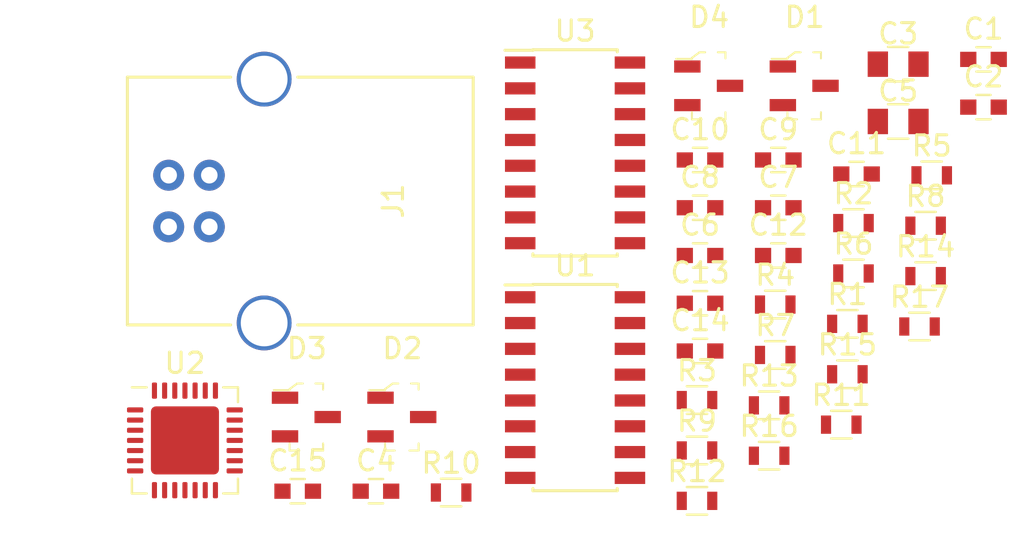
<source format=kicad_pcb>
(kicad_pcb (version 20171130) (host pcbnew "(5.1.5)-3")

  (general
    (thickness 1.6)
    (drawings 0)
    (tracks 0)
    (zones 0)
    (modules 40)
    (nets 35)
  )

  (page A4)
  (layers
    (0 F.Cu signal)
    (31 B.Cu signal)
    (32 B.Adhes user)
    (33 F.Adhes user)
    (34 B.Paste user)
    (35 F.Paste user)
    (36 B.SilkS user)
    (37 F.SilkS user)
    (38 B.Mask user)
    (39 F.Mask user)
    (40 Dwgs.User user)
    (41 Cmts.User user)
    (42 Eco1.User user)
    (43 Eco2.User user)
    (44 Edge.Cuts user)
    (45 Margin user)
    (46 B.CrtYd user)
    (47 F.CrtYd user)
    (48 B.Fab user)
    (49 F.Fab user)
  )

  (setup
    (last_trace_width 0.25)
    (trace_clearance 0.2)
    (zone_clearance 0.508)
    (zone_45_only no)
    (trace_min 0.2)
    (via_size 0.8)
    (via_drill 0.4)
    (via_min_size 0.4)
    (via_min_drill 0.3)
    (uvia_size 0.3)
    (uvia_drill 0.1)
    (uvias_allowed no)
    (uvia_min_size 0.2)
    (uvia_min_drill 0.1)
    (edge_width 0.05)
    (segment_width 0.2)
    (pcb_text_width 0.3)
    (pcb_text_size 1.5 1.5)
    (mod_edge_width 0.12)
    (mod_text_size 1 1)
    (mod_text_width 0.15)
    (pad_size 1.524 1.524)
    (pad_drill 0.762)
    (pad_to_mask_clearance 0.051)
    (solder_mask_min_width 0.25)
    (aux_axis_origin 0 0)
    (visible_elements FFFFFF7F)
    (pcbplotparams
      (layerselection 0x010fc_ffffffff)
      (usegerberextensions false)
      (usegerberattributes false)
      (usegerberadvancedattributes false)
      (creategerberjobfile false)
      (excludeedgelayer true)
      (linewidth 0.100000)
      (plotframeref false)
      (viasonmask false)
      (mode 1)
      (useauxorigin false)
      (hpglpennumber 1)
      (hpglpenspeed 20)
      (hpglpendiameter 15.000000)
      (psnegative false)
      (psa4output false)
      (plotreference true)
      (plotvalue true)
      (plotinvisibletext false)
      (padsonsilk false)
      (subtractmaskfromsilk false)
      (outputformat 1)
      (mirror false)
      (drillshape 1)
      (scaleselection 1)
      (outputdirectory ""))
  )

  (net 0 "")
  (net 1 GND)
  (net 2 +3V3)
  (net 3 +5V)
  (net 4 "Net-(C9-Pad1)")
  (net 5 "Net-(C10-Pad1)")
  (net 6 "Net-(C11-Pad1)")
  (net 7 "Net-(C12-Pad1)")
  (net 8 "Net-(C13-Pad1)")
  (net 9 "Net-(C14-Pad1)")
  (net 10 "Net-(C15-Pad1)")
  (net 11 /TXD+)
  (net 12 /TXD-)
  (net 13 /RXD-)
  (net 14 /RXD+)
  (net 15 /HSKo)
  (net 16 /HSKi)
  (net 17 /GPIn)
  (net 18 "Net-(J1-Pad2)")
  (net 19 "Net-(J1-Pad3)")
  (net 20 "Net-(J1-Pad5)")
  (net 21 "Net-(R1-Pad1)")
  (net 22 "Net-(R2-Pad1)")
  (net 23 /HSKi_EMI)
  (net 24 /RXD+_EMI)
  (net 25 /RXD-_EMI)
  (net 26 /HSKo_EMI)
  (net 27 /TXD+_EMI)
  (net 28 /TXD-_EMI)
  (net 29 /GPIn_EMI)
  (net 30 /TXD)
  (net 31 /~DTR)
  (net 32 /~DCD)
  (net 33 /~CTS)
  (net 34 /RXD)

  (net_class Default "This is the default net class."
    (clearance 0.2)
    (trace_width 0.25)
    (via_dia 0.8)
    (via_drill 0.4)
    (uvia_dia 0.3)
    (uvia_drill 0.1)
    (add_net +3V3)
    (add_net +5V)
    (add_net /GPIn)
    (add_net /GPIn_EMI)
    (add_net /HSKi)
    (add_net /HSKi_EMI)
    (add_net /HSKo)
    (add_net /HSKo_EMI)
    (add_net /RXD)
    (add_net /RXD+)
    (add_net /RXD+_EMI)
    (add_net /RXD-)
    (add_net /RXD-_EMI)
    (add_net /TXD)
    (add_net /TXD+)
    (add_net /TXD+_EMI)
    (add_net /TXD-)
    (add_net /TXD-_EMI)
    (add_net /~CTS)
    (add_net /~DCD)
    (add_net /~DTR)
    (add_net GND)
    (add_net "Net-(C10-Pad1)")
    (add_net "Net-(C11-Pad1)")
    (add_net "Net-(C12-Pad1)")
    (add_net "Net-(C13-Pad1)")
    (add_net "Net-(C14-Pad1)")
    (add_net "Net-(C15-Pad1)")
    (add_net "Net-(C9-Pad1)")
    (add_net "Net-(J1-Pad2)")
    (add_net "Net-(J1-Pad3)")
    (add_net "Net-(J1-Pad5)")
    (add_net "Net-(R1-Pad1)")
    (add_net "Net-(R2-Pad1)")
  )

  (module Capacitors_SMD:C_0603 (layer F.Cu) (tedit 59958EE7) (tstamp 5EE9A577)
    (at 126.245001 86.781001)
    (descr "Capacitor SMD 0603, reflow soldering, AVX (see smccp.pdf)")
    (tags "capacitor 0603")
    (path /5EF5B416)
    (attr smd)
    (fp_text reference C1 (at 0 -1.5) (layer F.SilkS)
      (effects (font (size 1 1) (thickness 0.15)))
    )
    (fp_text value 1u (at 0 1.5) (layer F.Fab)
      (effects (font (size 1 1) (thickness 0.15)))
    )
    (fp_line (start 1.4 0.65) (end -1.4 0.65) (layer F.CrtYd) (width 0.05))
    (fp_line (start 1.4 0.65) (end 1.4 -0.65) (layer F.CrtYd) (width 0.05))
    (fp_line (start -1.4 -0.65) (end -1.4 0.65) (layer F.CrtYd) (width 0.05))
    (fp_line (start -1.4 -0.65) (end 1.4 -0.65) (layer F.CrtYd) (width 0.05))
    (fp_line (start 0.35 0.6) (end -0.35 0.6) (layer F.SilkS) (width 0.12))
    (fp_line (start -0.35 -0.6) (end 0.35 -0.6) (layer F.SilkS) (width 0.12))
    (fp_line (start -0.8 -0.4) (end 0.8 -0.4) (layer F.Fab) (width 0.1))
    (fp_line (start 0.8 -0.4) (end 0.8 0.4) (layer F.Fab) (width 0.1))
    (fp_line (start 0.8 0.4) (end -0.8 0.4) (layer F.Fab) (width 0.1))
    (fp_line (start -0.8 0.4) (end -0.8 -0.4) (layer F.Fab) (width 0.1))
    (fp_text user %R (at 0 0) (layer F.Fab)
      (effects (font (size 0.3 0.3) (thickness 0.075)))
    )
    (pad 2 smd rect (at 0.75 0) (size 0.8 0.75) (layers F.Cu F.Paste F.Mask)
      (net 1 GND))
    (pad 1 smd rect (at -0.75 0) (size 0.8 0.75) (layers F.Cu F.Paste F.Mask)
      (net 2 +3V3))
    (model Capacitors_SMD.3dshapes/C_0603.wrl
      (at (xyz 0 0 0))
      (scale (xyz 1 1 1))
      (rotate (xyz 0 0 0))
    )
  )

  (module Capacitors_SMD:C_0603 (layer F.Cu) (tedit 59958EE7) (tstamp 5EE9A588)
    (at 126.245001 89.131001)
    (descr "Capacitor SMD 0603, reflow soldering, AVX (see smccp.pdf)")
    (tags "capacitor 0603")
    (path /5EF5B420)
    (attr smd)
    (fp_text reference C2 (at 0 -1.5) (layer F.SilkS)
      (effects (font (size 1 1) (thickness 0.15)))
    )
    (fp_text value 100n (at 0 1.5) (layer F.Fab)
      (effects (font (size 1 1) (thickness 0.15)))
    )
    (fp_text user %R (at 0 0) (layer F.Fab)
      (effects (font (size 0.3 0.3) (thickness 0.075)))
    )
    (fp_line (start -0.8 0.4) (end -0.8 -0.4) (layer F.Fab) (width 0.1))
    (fp_line (start 0.8 0.4) (end -0.8 0.4) (layer F.Fab) (width 0.1))
    (fp_line (start 0.8 -0.4) (end 0.8 0.4) (layer F.Fab) (width 0.1))
    (fp_line (start -0.8 -0.4) (end 0.8 -0.4) (layer F.Fab) (width 0.1))
    (fp_line (start -0.35 -0.6) (end 0.35 -0.6) (layer F.SilkS) (width 0.12))
    (fp_line (start 0.35 0.6) (end -0.35 0.6) (layer F.SilkS) (width 0.12))
    (fp_line (start -1.4 -0.65) (end 1.4 -0.65) (layer F.CrtYd) (width 0.05))
    (fp_line (start -1.4 -0.65) (end -1.4 0.65) (layer F.CrtYd) (width 0.05))
    (fp_line (start 1.4 0.65) (end 1.4 -0.65) (layer F.CrtYd) (width 0.05))
    (fp_line (start 1.4 0.65) (end -1.4 0.65) (layer F.CrtYd) (width 0.05))
    (pad 1 smd rect (at -0.75 0) (size 0.8 0.75) (layers F.Cu F.Paste F.Mask)
      (net 2 +3V3))
    (pad 2 smd rect (at 0.75 0) (size 0.8 0.75) (layers F.Cu F.Paste F.Mask)
      (net 1 GND))
    (model Capacitors_SMD.3dshapes/C_0603.wrl
      (at (xyz 0 0 0))
      (scale (xyz 1 1 1))
      (rotate (xyz 0 0 0))
    )
  )

  (module Capacitors_SMD:C_0805 (layer F.Cu) (tedit 58AA8463) (tstamp 5EE9A599)
    (at 122.045001 87.016001)
    (descr "Capacitor SMD 0805, reflow soldering, AVX (see smccp.pdf)")
    (tags "capacitor 0805")
    (path /5EEA18D6)
    (attr smd)
    (fp_text reference C3 (at 0 -1.5) (layer F.SilkS)
      (effects (font (size 1 1) (thickness 0.15)))
    )
    (fp_text value 4.7u (at 0 1.75) (layer F.Fab)
      (effects (font (size 1 1) (thickness 0.15)))
    )
    (fp_text user %R (at 0 -1.5) (layer F.Fab)
      (effects (font (size 1 1) (thickness 0.15)))
    )
    (fp_line (start -1 0.62) (end -1 -0.62) (layer F.Fab) (width 0.1))
    (fp_line (start 1 0.62) (end -1 0.62) (layer F.Fab) (width 0.1))
    (fp_line (start 1 -0.62) (end 1 0.62) (layer F.Fab) (width 0.1))
    (fp_line (start -1 -0.62) (end 1 -0.62) (layer F.Fab) (width 0.1))
    (fp_line (start 0.5 -0.85) (end -0.5 -0.85) (layer F.SilkS) (width 0.12))
    (fp_line (start -0.5 0.85) (end 0.5 0.85) (layer F.SilkS) (width 0.12))
    (fp_line (start -1.75 -0.88) (end 1.75 -0.88) (layer F.CrtYd) (width 0.05))
    (fp_line (start -1.75 -0.88) (end -1.75 0.87) (layer F.CrtYd) (width 0.05))
    (fp_line (start 1.75 0.87) (end 1.75 -0.88) (layer F.CrtYd) (width 0.05))
    (fp_line (start 1.75 0.87) (end -1.75 0.87) (layer F.CrtYd) (width 0.05))
    (pad 1 smd rect (at -1 0) (size 1 1.25) (layers F.Cu F.Paste F.Mask)
      (net 2 +3V3))
    (pad 2 smd rect (at 1 0) (size 1 1.25) (layers F.Cu F.Paste F.Mask)
      (net 1 GND))
    (model Capacitors_SMD.3dshapes/C_0805.wrl
      (at (xyz 0 0 0))
      (scale (xyz 1 1 1))
      (rotate (xyz 0 0 0))
    )
  )

  (module Capacitors_SMD:C_0603 (layer F.Cu) (tedit 59958EE7) (tstamp 5EE9A5AA)
    (at 96.345001 108.031001)
    (descr "Capacitor SMD 0603, reflow soldering, AVX (see smccp.pdf)")
    (tags "capacitor 0603")
    (path /5EEA18E0)
    (attr smd)
    (fp_text reference C4 (at 0 -1.5) (layer F.SilkS)
      (effects (font (size 1 1) (thickness 0.15)))
    )
    (fp_text value 100n (at 0 1.5) (layer F.Fab)
      (effects (font (size 1 1) (thickness 0.15)))
    )
    (fp_text user %R (at 0 0) (layer F.Fab)
      (effects (font (size 0.3 0.3) (thickness 0.075)))
    )
    (fp_line (start -0.8 0.4) (end -0.8 -0.4) (layer F.Fab) (width 0.1))
    (fp_line (start 0.8 0.4) (end -0.8 0.4) (layer F.Fab) (width 0.1))
    (fp_line (start 0.8 -0.4) (end 0.8 0.4) (layer F.Fab) (width 0.1))
    (fp_line (start -0.8 -0.4) (end 0.8 -0.4) (layer F.Fab) (width 0.1))
    (fp_line (start -0.35 -0.6) (end 0.35 -0.6) (layer F.SilkS) (width 0.12))
    (fp_line (start 0.35 0.6) (end -0.35 0.6) (layer F.SilkS) (width 0.12))
    (fp_line (start -1.4 -0.65) (end 1.4 -0.65) (layer F.CrtYd) (width 0.05))
    (fp_line (start -1.4 -0.65) (end -1.4 0.65) (layer F.CrtYd) (width 0.05))
    (fp_line (start 1.4 0.65) (end 1.4 -0.65) (layer F.CrtYd) (width 0.05))
    (fp_line (start 1.4 0.65) (end -1.4 0.65) (layer F.CrtYd) (width 0.05))
    (pad 1 smd rect (at -0.75 0) (size 0.8 0.75) (layers F.Cu F.Paste F.Mask)
      (net 2 +3V3))
    (pad 2 smd rect (at 0.75 0) (size 0.8 0.75) (layers F.Cu F.Paste F.Mask)
      (net 1 GND))
    (model Capacitors_SMD.3dshapes/C_0603.wrl
      (at (xyz 0 0 0))
      (scale (xyz 1 1 1))
      (rotate (xyz 0 0 0))
    )
  )

  (module Capacitors_SMD:C_0805 (layer F.Cu) (tedit 58AA8463) (tstamp 5EE9A5BB)
    (at 122.045001 89.836001)
    (descr "Capacitor SMD 0805, reflow soldering, AVX (see smccp.pdf)")
    (tags "capacitor 0805")
    (path /5EE9EDBF)
    (attr smd)
    (fp_text reference C5 (at 0 -1.5) (layer F.SilkS)
      (effects (font (size 1 1) (thickness 0.15)))
    )
    (fp_text value 4.7u (at 0 1.75) (layer F.Fab)
      (effects (font (size 1 1) (thickness 0.15)))
    )
    (fp_line (start 1.75 0.87) (end -1.75 0.87) (layer F.CrtYd) (width 0.05))
    (fp_line (start 1.75 0.87) (end 1.75 -0.88) (layer F.CrtYd) (width 0.05))
    (fp_line (start -1.75 -0.88) (end -1.75 0.87) (layer F.CrtYd) (width 0.05))
    (fp_line (start -1.75 -0.88) (end 1.75 -0.88) (layer F.CrtYd) (width 0.05))
    (fp_line (start -0.5 0.85) (end 0.5 0.85) (layer F.SilkS) (width 0.12))
    (fp_line (start 0.5 -0.85) (end -0.5 -0.85) (layer F.SilkS) (width 0.12))
    (fp_line (start -1 -0.62) (end 1 -0.62) (layer F.Fab) (width 0.1))
    (fp_line (start 1 -0.62) (end 1 0.62) (layer F.Fab) (width 0.1))
    (fp_line (start 1 0.62) (end -1 0.62) (layer F.Fab) (width 0.1))
    (fp_line (start -1 0.62) (end -1 -0.62) (layer F.Fab) (width 0.1))
    (fp_text user %R (at 0 -1.5) (layer F.Fab)
      (effects (font (size 1 1) (thickness 0.15)))
    )
    (pad 2 smd rect (at 1 0) (size 1 1.25) (layers F.Cu F.Paste F.Mask)
      (net 1 GND))
    (pad 1 smd rect (at -1 0) (size 1 1.25) (layers F.Cu F.Paste F.Mask)
      (net 3 +5V))
    (model Capacitors_SMD.3dshapes/C_0805.wrl
      (at (xyz 0 0 0))
      (scale (xyz 1 1 1))
      (rotate (xyz 0 0 0))
    )
  )

  (module Capacitors_SMD:C_0603 (layer F.Cu) (tedit 59958EE7) (tstamp 5EE9A5CC)
    (at 112.295001 96.431001)
    (descr "Capacitor SMD 0603, reflow soldering, AVX (see smccp.pdf)")
    (tags "capacitor 0603")
    (path /5EE9F628)
    (attr smd)
    (fp_text reference C6 (at 0 -1.5) (layer F.SilkS)
      (effects (font (size 1 1) (thickness 0.15)))
    )
    (fp_text value 100n (at 0 1.5) (layer F.Fab)
      (effects (font (size 1 1) (thickness 0.15)))
    )
    (fp_line (start 1.4 0.65) (end -1.4 0.65) (layer F.CrtYd) (width 0.05))
    (fp_line (start 1.4 0.65) (end 1.4 -0.65) (layer F.CrtYd) (width 0.05))
    (fp_line (start -1.4 -0.65) (end -1.4 0.65) (layer F.CrtYd) (width 0.05))
    (fp_line (start -1.4 -0.65) (end 1.4 -0.65) (layer F.CrtYd) (width 0.05))
    (fp_line (start 0.35 0.6) (end -0.35 0.6) (layer F.SilkS) (width 0.12))
    (fp_line (start -0.35 -0.6) (end 0.35 -0.6) (layer F.SilkS) (width 0.12))
    (fp_line (start -0.8 -0.4) (end 0.8 -0.4) (layer F.Fab) (width 0.1))
    (fp_line (start 0.8 -0.4) (end 0.8 0.4) (layer F.Fab) (width 0.1))
    (fp_line (start 0.8 0.4) (end -0.8 0.4) (layer F.Fab) (width 0.1))
    (fp_line (start -0.8 0.4) (end -0.8 -0.4) (layer F.Fab) (width 0.1))
    (fp_text user %R (at 0 0) (layer F.Fab)
      (effects (font (size 0.3 0.3) (thickness 0.075)))
    )
    (pad 2 smd rect (at 0.75 0) (size 0.8 0.75) (layers F.Cu F.Paste F.Mask)
      (net 1 GND))
    (pad 1 smd rect (at -0.75 0) (size 0.8 0.75) (layers F.Cu F.Paste F.Mask)
      (net 3 +5V))
    (model Capacitors_SMD.3dshapes/C_0603.wrl
      (at (xyz 0 0 0))
      (scale (xyz 1 1 1))
      (rotate (xyz 0 0 0))
    )
  )

  (module Capacitors_SMD:C_0603 (layer F.Cu) (tedit 59958EE7) (tstamp 5EE9A5DD)
    (at 116.145001 94.081001)
    (descr "Capacitor SMD 0603, reflow soldering, AVX (see smccp.pdf)")
    (tags "capacitor 0603")
    (path /5EF5318C)
    (attr smd)
    (fp_text reference C7 (at 0 -1.5) (layer F.SilkS)
      (effects (font (size 1 1) (thickness 0.15)))
    )
    (fp_text value 1u (at 0 1.5) (layer F.Fab)
      (effects (font (size 1 1) (thickness 0.15)))
    )
    (fp_text user %R (at 0 0) (layer F.Fab)
      (effects (font (size 0.3 0.3) (thickness 0.075)))
    )
    (fp_line (start -0.8 0.4) (end -0.8 -0.4) (layer F.Fab) (width 0.1))
    (fp_line (start 0.8 0.4) (end -0.8 0.4) (layer F.Fab) (width 0.1))
    (fp_line (start 0.8 -0.4) (end 0.8 0.4) (layer F.Fab) (width 0.1))
    (fp_line (start -0.8 -0.4) (end 0.8 -0.4) (layer F.Fab) (width 0.1))
    (fp_line (start -0.35 -0.6) (end 0.35 -0.6) (layer F.SilkS) (width 0.12))
    (fp_line (start 0.35 0.6) (end -0.35 0.6) (layer F.SilkS) (width 0.12))
    (fp_line (start -1.4 -0.65) (end 1.4 -0.65) (layer F.CrtYd) (width 0.05))
    (fp_line (start -1.4 -0.65) (end -1.4 0.65) (layer F.CrtYd) (width 0.05))
    (fp_line (start 1.4 0.65) (end 1.4 -0.65) (layer F.CrtYd) (width 0.05))
    (fp_line (start 1.4 0.65) (end -1.4 0.65) (layer F.CrtYd) (width 0.05))
    (pad 1 smd rect (at -0.75 0) (size 0.8 0.75) (layers F.Cu F.Paste F.Mask)
      (net 2 +3V3))
    (pad 2 smd rect (at 0.75 0) (size 0.8 0.75) (layers F.Cu F.Paste F.Mask)
      (net 1 GND))
    (model Capacitors_SMD.3dshapes/C_0603.wrl
      (at (xyz 0 0 0))
      (scale (xyz 1 1 1))
      (rotate (xyz 0 0 0))
    )
  )

  (module Capacitors_SMD:C_0603 (layer F.Cu) (tedit 59958EE7) (tstamp 5EE9A5EE)
    (at 112.295001 94.081001)
    (descr "Capacitor SMD 0603, reflow soldering, AVX (see smccp.pdf)")
    (tags "capacitor 0603")
    (path /5EF53196)
    (attr smd)
    (fp_text reference C8 (at 0 -1.5) (layer F.SilkS)
      (effects (font (size 1 1) (thickness 0.15)))
    )
    (fp_text value 100n (at 0 1.5) (layer F.Fab)
      (effects (font (size 1 1) (thickness 0.15)))
    )
    (fp_text user %R (at 0 0) (layer F.Fab)
      (effects (font (size 0.3 0.3) (thickness 0.075)))
    )
    (fp_line (start -0.8 0.4) (end -0.8 -0.4) (layer F.Fab) (width 0.1))
    (fp_line (start 0.8 0.4) (end -0.8 0.4) (layer F.Fab) (width 0.1))
    (fp_line (start 0.8 -0.4) (end 0.8 0.4) (layer F.Fab) (width 0.1))
    (fp_line (start -0.8 -0.4) (end 0.8 -0.4) (layer F.Fab) (width 0.1))
    (fp_line (start -0.35 -0.6) (end 0.35 -0.6) (layer F.SilkS) (width 0.12))
    (fp_line (start 0.35 0.6) (end -0.35 0.6) (layer F.SilkS) (width 0.12))
    (fp_line (start -1.4 -0.65) (end 1.4 -0.65) (layer F.CrtYd) (width 0.05))
    (fp_line (start -1.4 -0.65) (end -1.4 0.65) (layer F.CrtYd) (width 0.05))
    (fp_line (start 1.4 0.65) (end 1.4 -0.65) (layer F.CrtYd) (width 0.05))
    (fp_line (start 1.4 0.65) (end -1.4 0.65) (layer F.CrtYd) (width 0.05))
    (pad 1 smd rect (at -0.75 0) (size 0.8 0.75) (layers F.Cu F.Paste F.Mask)
      (net 2 +3V3))
    (pad 2 smd rect (at 0.75 0) (size 0.8 0.75) (layers F.Cu F.Paste F.Mask)
      (net 1 GND))
    (model Capacitors_SMD.3dshapes/C_0603.wrl
      (at (xyz 0 0 0))
      (scale (xyz 1 1 1))
      (rotate (xyz 0 0 0))
    )
  )

  (module Capacitors_SMD:C_0603 (layer F.Cu) (tedit 59958EE7) (tstamp 5EE9A5FF)
    (at 116.145001 91.731001)
    (descr "Capacitor SMD 0603, reflow soldering, AVX (see smccp.pdf)")
    (tags "capacitor 0603")
    (path /5F05F9A3)
    (attr smd)
    (fp_text reference C9 (at 0 -1.5) (layer F.SilkS)
      (effects (font (size 1 1) (thickness 0.15)))
    )
    (fp_text value 100p (at 0 1.5) (layer F.Fab)
      (effects (font (size 1 1) (thickness 0.15)))
    )
    (fp_line (start 1.4 0.65) (end -1.4 0.65) (layer F.CrtYd) (width 0.05))
    (fp_line (start 1.4 0.65) (end 1.4 -0.65) (layer F.CrtYd) (width 0.05))
    (fp_line (start -1.4 -0.65) (end -1.4 0.65) (layer F.CrtYd) (width 0.05))
    (fp_line (start -1.4 -0.65) (end 1.4 -0.65) (layer F.CrtYd) (width 0.05))
    (fp_line (start 0.35 0.6) (end -0.35 0.6) (layer F.SilkS) (width 0.12))
    (fp_line (start -0.35 -0.6) (end 0.35 -0.6) (layer F.SilkS) (width 0.12))
    (fp_line (start -0.8 -0.4) (end 0.8 -0.4) (layer F.Fab) (width 0.1))
    (fp_line (start 0.8 -0.4) (end 0.8 0.4) (layer F.Fab) (width 0.1))
    (fp_line (start 0.8 0.4) (end -0.8 0.4) (layer F.Fab) (width 0.1))
    (fp_line (start -0.8 0.4) (end -0.8 -0.4) (layer F.Fab) (width 0.1))
    (fp_text user %R (at 0 0) (layer F.Fab)
      (effects (font (size 0.3 0.3) (thickness 0.075)))
    )
    (pad 2 smd rect (at 0.75 0) (size 0.8 0.75) (layers F.Cu F.Paste F.Mask)
      (net 1 GND))
    (pad 1 smd rect (at -0.75 0) (size 0.8 0.75) (layers F.Cu F.Paste F.Mask)
      (net 4 "Net-(C9-Pad1)"))
    (model Capacitors_SMD.3dshapes/C_0603.wrl
      (at (xyz 0 0 0))
      (scale (xyz 1 1 1))
      (rotate (xyz 0 0 0))
    )
  )

  (module Capacitors_SMD:C_0603 (layer F.Cu) (tedit 59958EE7) (tstamp 5EE9A610)
    (at 112.295001 91.731001)
    (descr "Capacitor SMD 0603, reflow soldering, AVX (see smccp.pdf)")
    (tags "capacitor 0603")
    (path /5F032BCF)
    (attr smd)
    (fp_text reference C10 (at 0 -1.5) (layer F.SilkS)
      (effects (font (size 1 1) (thickness 0.15)))
    )
    (fp_text value 100p (at 0 1.5) (layer F.Fab)
      (effects (font (size 1 1) (thickness 0.15)))
    )
    (fp_line (start 1.4 0.65) (end -1.4 0.65) (layer F.CrtYd) (width 0.05))
    (fp_line (start 1.4 0.65) (end 1.4 -0.65) (layer F.CrtYd) (width 0.05))
    (fp_line (start -1.4 -0.65) (end -1.4 0.65) (layer F.CrtYd) (width 0.05))
    (fp_line (start -1.4 -0.65) (end 1.4 -0.65) (layer F.CrtYd) (width 0.05))
    (fp_line (start 0.35 0.6) (end -0.35 0.6) (layer F.SilkS) (width 0.12))
    (fp_line (start -0.35 -0.6) (end 0.35 -0.6) (layer F.SilkS) (width 0.12))
    (fp_line (start -0.8 -0.4) (end 0.8 -0.4) (layer F.Fab) (width 0.1))
    (fp_line (start 0.8 -0.4) (end 0.8 0.4) (layer F.Fab) (width 0.1))
    (fp_line (start 0.8 0.4) (end -0.8 0.4) (layer F.Fab) (width 0.1))
    (fp_line (start -0.8 0.4) (end -0.8 -0.4) (layer F.Fab) (width 0.1))
    (fp_text user %R (at 0 0) (layer F.Fab)
      (effects (font (size 0.3 0.3) (thickness 0.075)))
    )
    (pad 2 smd rect (at 0.75 0) (size 0.8 0.75) (layers F.Cu F.Paste F.Mask)
      (net 1 GND))
    (pad 1 smd rect (at -0.75 0) (size 0.8 0.75) (layers F.Cu F.Paste F.Mask)
      (net 5 "Net-(C10-Pad1)"))
    (model Capacitors_SMD.3dshapes/C_0603.wrl
      (at (xyz 0 0 0))
      (scale (xyz 1 1 1))
      (rotate (xyz 0 0 0))
    )
  )

  (module Capacitors_SMD:C_0603 (layer F.Cu) (tedit 59958EE7) (tstamp 5EE9A621)
    (at 119.995001 92.421001)
    (descr "Capacitor SMD 0603, reflow soldering, AVX (see smccp.pdf)")
    (tags "capacitor 0603")
    (path /5F03A412)
    (attr smd)
    (fp_text reference C11 (at 0 -1.5) (layer F.SilkS)
      (effects (font (size 1 1) (thickness 0.15)))
    )
    (fp_text value 100p (at 0 1.5) (layer F.Fab)
      (effects (font (size 1 1) (thickness 0.15)))
    )
    (fp_line (start 1.4 0.65) (end -1.4 0.65) (layer F.CrtYd) (width 0.05))
    (fp_line (start 1.4 0.65) (end 1.4 -0.65) (layer F.CrtYd) (width 0.05))
    (fp_line (start -1.4 -0.65) (end -1.4 0.65) (layer F.CrtYd) (width 0.05))
    (fp_line (start -1.4 -0.65) (end 1.4 -0.65) (layer F.CrtYd) (width 0.05))
    (fp_line (start 0.35 0.6) (end -0.35 0.6) (layer F.SilkS) (width 0.12))
    (fp_line (start -0.35 -0.6) (end 0.35 -0.6) (layer F.SilkS) (width 0.12))
    (fp_line (start -0.8 -0.4) (end 0.8 -0.4) (layer F.Fab) (width 0.1))
    (fp_line (start 0.8 -0.4) (end 0.8 0.4) (layer F.Fab) (width 0.1))
    (fp_line (start 0.8 0.4) (end -0.8 0.4) (layer F.Fab) (width 0.1))
    (fp_line (start -0.8 0.4) (end -0.8 -0.4) (layer F.Fab) (width 0.1))
    (fp_text user %R (at 0 0) (layer F.Fab)
      (effects (font (size 0.3 0.3) (thickness 0.075)))
    )
    (pad 2 smd rect (at 0.75 0) (size 0.8 0.75) (layers F.Cu F.Paste F.Mask)
      (net 1 GND))
    (pad 1 smd rect (at -0.75 0) (size 0.8 0.75) (layers F.Cu F.Paste F.Mask)
      (net 6 "Net-(C11-Pad1)"))
    (model Capacitors_SMD.3dshapes/C_0603.wrl
      (at (xyz 0 0 0))
      (scale (xyz 1 1 1))
      (rotate (xyz 0 0 0))
    )
  )

  (module Capacitors_SMD:C_0603 (layer F.Cu) (tedit 59958EE7) (tstamp 5EE9A632)
    (at 116.145001 96.431001)
    (descr "Capacitor SMD 0603, reflow soldering, AVX (see smccp.pdf)")
    (tags "capacitor 0603")
    (path /5F0692EC)
    (attr smd)
    (fp_text reference C12 (at 0 -1.5) (layer F.SilkS)
      (effects (font (size 1 1) (thickness 0.15)))
    )
    (fp_text value 100p (at 0 1.5) (layer F.Fab)
      (effects (font (size 1 1) (thickness 0.15)))
    )
    (fp_text user %R (at 0 0) (layer F.Fab)
      (effects (font (size 0.3 0.3) (thickness 0.075)))
    )
    (fp_line (start -0.8 0.4) (end -0.8 -0.4) (layer F.Fab) (width 0.1))
    (fp_line (start 0.8 0.4) (end -0.8 0.4) (layer F.Fab) (width 0.1))
    (fp_line (start 0.8 -0.4) (end 0.8 0.4) (layer F.Fab) (width 0.1))
    (fp_line (start -0.8 -0.4) (end 0.8 -0.4) (layer F.Fab) (width 0.1))
    (fp_line (start -0.35 -0.6) (end 0.35 -0.6) (layer F.SilkS) (width 0.12))
    (fp_line (start 0.35 0.6) (end -0.35 0.6) (layer F.SilkS) (width 0.12))
    (fp_line (start -1.4 -0.65) (end 1.4 -0.65) (layer F.CrtYd) (width 0.05))
    (fp_line (start -1.4 -0.65) (end -1.4 0.65) (layer F.CrtYd) (width 0.05))
    (fp_line (start 1.4 0.65) (end 1.4 -0.65) (layer F.CrtYd) (width 0.05))
    (fp_line (start 1.4 0.65) (end -1.4 0.65) (layer F.CrtYd) (width 0.05))
    (pad 1 smd rect (at -0.75 0) (size 0.8 0.75) (layers F.Cu F.Paste F.Mask)
      (net 7 "Net-(C12-Pad1)"))
    (pad 2 smd rect (at 0.75 0) (size 0.8 0.75) (layers F.Cu F.Paste F.Mask)
      (net 1 GND))
    (model Capacitors_SMD.3dshapes/C_0603.wrl
      (at (xyz 0 0 0))
      (scale (xyz 1 1 1))
      (rotate (xyz 0 0 0))
    )
  )

  (module Capacitors_SMD:C_0603 (layer F.Cu) (tedit 59958EE7) (tstamp 5EE9A643)
    (at 112.295001 98.781001)
    (descr "Capacitor SMD 0603, reflow soldering, AVX (see smccp.pdf)")
    (tags "capacitor 0603")
    (path /5F04219A)
    (attr smd)
    (fp_text reference C13 (at 0 -1.5) (layer F.SilkS)
      (effects (font (size 1 1) (thickness 0.15)))
    )
    (fp_text value 100p (at 0 1.5) (layer F.Fab)
      (effects (font (size 1 1) (thickness 0.15)))
    )
    (fp_line (start 1.4 0.65) (end -1.4 0.65) (layer F.CrtYd) (width 0.05))
    (fp_line (start 1.4 0.65) (end 1.4 -0.65) (layer F.CrtYd) (width 0.05))
    (fp_line (start -1.4 -0.65) (end -1.4 0.65) (layer F.CrtYd) (width 0.05))
    (fp_line (start -1.4 -0.65) (end 1.4 -0.65) (layer F.CrtYd) (width 0.05))
    (fp_line (start 0.35 0.6) (end -0.35 0.6) (layer F.SilkS) (width 0.12))
    (fp_line (start -0.35 -0.6) (end 0.35 -0.6) (layer F.SilkS) (width 0.12))
    (fp_line (start -0.8 -0.4) (end 0.8 -0.4) (layer F.Fab) (width 0.1))
    (fp_line (start 0.8 -0.4) (end 0.8 0.4) (layer F.Fab) (width 0.1))
    (fp_line (start 0.8 0.4) (end -0.8 0.4) (layer F.Fab) (width 0.1))
    (fp_line (start -0.8 0.4) (end -0.8 -0.4) (layer F.Fab) (width 0.1))
    (fp_text user %R (at 0 0) (layer F.Fab)
      (effects (font (size 0.3 0.3) (thickness 0.075)))
    )
    (pad 2 smd rect (at 0.75 0) (size 0.8 0.75) (layers F.Cu F.Paste F.Mask)
      (net 1 GND))
    (pad 1 smd rect (at -0.75 0) (size 0.8 0.75) (layers F.Cu F.Paste F.Mask)
      (net 8 "Net-(C13-Pad1)"))
    (model Capacitors_SMD.3dshapes/C_0603.wrl
      (at (xyz 0 0 0))
      (scale (xyz 1 1 1))
      (rotate (xyz 0 0 0))
    )
  )

  (module Capacitors_SMD:C_0603 (layer F.Cu) (tedit 59958EE7) (tstamp 5EE9A654)
    (at 112.295001 101.131001)
    (descr "Capacitor SMD 0603, reflow soldering, AVX (see smccp.pdf)")
    (tags "capacitor 0603")
    (path /5F0421CB)
    (attr smd)
    (fp_text reference C14 (at 0 -1.5) (layer F.SilkS)
      (effects (font (size 1 1) (thickness 0.15)))
    )
    (fp_text value 100p (at 0 1.5) (layer F.Fab)
      (effects (font (size 1 1) (thickness 0.15)))
    )
    (fp_text user %R (at 0 0) (layer F.Fab)
      (effects (font (size 0.3 0.3) (thickness 0.075)))
    )
    (fp_line (start -0.8 0.4) (end -0.8 -0.4) (layer F.Fab) (width 0.1))
    (fp_line (start 0.8 0.4) (end -0.8 0.4) (layer F.Fab) (width 0.1))
    (fp_line (start 0.8 -0.4) (end 0.8 0.4) (layer F.Fab) (width 0.1))
    (fp_line (start -0.8 -0.4) (end 0.8 -0.4) (layer F.Fab) (width 0.1))
    (fp_line (start -0.35 -0.6) (end 0.35 -0.6) (layer F.SilkS) (width 0.12))
    (fp_line (start 0.35 0.6) (end -0.35 0.6) (layer F.SilkS) (width 0.12))
    (fp_line (start -1.4 -0.65) (end 1.4 -0.65) (layer F.CrtYd) (width 0.05))
    (fp_line (start -1.4 -0.65) (end -1.4 0.65) (layer F.CrtYd) (width 0.05))
    (fp_line (start 1.4 0.65) (end 1.4 -0.65) (layer F.CrtYd) (width 0.05))
    (fp_line (start 1.4 0.65) (end -1.4 0.65) (layer F.CrtYd) (width 0.05))
    (pad 1 smd rect (at -0.75 0) (size 0.8 0.75) (layers F.Cu F.Paste F.Mask)
      (net 9 "Net-(C14-Pad1)"))
    (pad 2 smd rect (at 0.75 0) (size 0.8 0.75) (layers F.Cu F.Paste F.Mask)
      (net 1 GND))
    (model Capacitors_SMD.3dshapes/C_0603.wrl
      (at (xyz 0 0 0))
      (scale (xyz 1 1 1))
      (rotate (xyz 0 0 0))
    )
  )

  (module Capacitors_SMD:C_0603 (layer F.Cu) (tedit 59958EE7) (tstamp 5EE9A665)
    (at 92.495001 108.031001)
    (descr "Capacitor SMD 0603, reflow soldering, AVX (see smccp.pdf)")
    (tags "capacitor 0603")
    (path /5F00B478)
    (attr smd)
    (fp_text reference C15 (at 0 -1.5) (layer F.SilkS)
      (effects (font (size 1 1) (thickness 0.15)))
    )
    (fp_text value 100p (at 0 1.5) (layer F.Fab)
      (effects (font (size 1 1) (thickness 0.15)))
    )
    (fp_line (start 1.4 0.65) (end -1.4 0.65) (layer F.CrtYd) (width 0.05))
    (fp_line (start 1.4 0.65) (end 1.4 -0.65) (layer F.CrtYd) (width 0.05))
    (fp_line (start -1.4 -0.65) (end -1.4 0.65) (layer F.CrtYd) (width 0.05))
    (fp_line (start -1.4 -0.65) (end 1.4 -0.65) (layer F.CrtYd) (width 0.05))
    (fp_line (start 0.35 0.6) (end -0.35 0.6) (layer F.SilkS) (width 0.12))
    (fp_line (start -0.35 -0.6) (end 0.35 -0.6) (layer F.SilkS) (width 0.12))
    (fp_line (start -0.8 -0.4) (end 0.8 -0.4) (layer F.Fab) (width 0.1))
    (fp_line (start 0.8 -0.4) (end 0.8 0.4) (layer F.Fab) (width 0.1))
    (fp_line (start 0.8 0.4) (end -0.8 0.4) (layer F.Fab) (width 0.1))
    (fp_line (start -0.8 0.4) (end -0.8 -0.4) (layer F.Fab) (width 0.1))
    (fp_text user %R (at 0 0) (layer F.Fab)
      (effects (font (size 0.3 0.3) (thickness 0.075)))
    )
    (pad 2 smd rect (at 0.75 0) (size 0.8 0.75) (layers F.Cu F.Paste F.Mask)
      (net 1 GND))
    (pad 1 smd rect (at -0.75 0) (size 0.8 0.75) (layers F.Cu F.Paste F.Mask)
      (net 10 "Net-(C15-Pad1)"))
    (model Capacitors_SMD.3dshapes/C_0603.wrl
      (at (xyz 0 0 0))
      (scale (xyz 1 1 1))
      (rotate (xyz 0 0 0))
    )
  )

  (module digikey-footprints:SOT-23-3 (layer F.Cu) (tedit 5D28A5E3) (tstamp 5EE9A681)
    (at 117.420001 88.081001)
    (path /5EEF5BB1)
    (attr smd)
    (fp_text reference D1 (at 0.025 -3.375) (layer F.SilkS)
      (effects (font (size 1 1) (thickness 0.15)))
    )
    (fp_text value SM712_TCT (at 0.025 3.25) (layer F.Fab)
      (effects (font (size 1 1) (thickness 0.15)))
    )
    (fp_line (start 0.7 1.52) (end 0.7 -1.52) (layer F.Fab) (width 0.1))
    (fp_line (start -0.7 1.52) (end 0.7 1.52) (layer F.Fab) (width 0.1))
    (fp_text user %R (at -0.125 0.15) (layer F.Fab)
      (effects (font (size 0.25 0.25) (thickness 0.05)))
    )
    (fp_line (start 0.825 -1.65) (end 0.825 -1.35) (layer F.SilkS) (width 0.1))
    (fp_line (start 0.45 -1.65) (end 0.825 -1.65) (layer F.SilkS) (width 0.1))
    (fp_line (start 0.825 1.65) (end 0.375 1.65) (layer F.SilkS) (width 0.1))
    (fp_line (start 0.825 1.35) (end 0.825 1.65) (layer F.SilkS) (width 0.1))
    (fp_line (start 0.825 1.425) (end 0.825 1.3) (layer F.SilkS) (width 0.1))
    (fp_line (start -0.825 1.65) (end -0.825 1.3) (layer F.SilkS) (width 0.1))
    (fp_line (start -0.35 1.65) (end -0.825 1.65) (layer F.SilkS) (width 0.1))
    (fp_line (start -0.425 -1.525) (end -0.7 -1.325) (layer F.Fab) (width 0.1))
    (fp_line (start -0.425 -1.525) (end 0.7 -1.525) (layer F.Fab) (width 0.1))
    (fp_line (start -0.7 -1.325) (end -0.7 1.525) (layer F.Fab) (width 0.1))
    (fp_line (start -0.825 -1.325) (end -1.6 -1.325) (layer F.SilkS) (width 0.1))
    (fp_line (start -0.825 -1.375) (end -0.825 -1.325) (layer F.SilkS) (width 0.1))
    (fp_line (start -0.45 -1.65) (end -0.825 -1.375) (layer F.SilkS) (width 0.1))
    (fp_line (start -0.175 -1.65) (end -0.45 -1.65) (layer F.SilkS) (width 0.1))
    (fp_line (start 1.825 -1.95) (end 1.825 1.95) (layer F.CrtYd) (width 0.05))
    (fp_line (start 1.825 1.95) (end -1.825 1.95) (layer F.CrtYd) (width 0.05))
    (fp_line (start -1.825 -1.95) (end -1.825 1.95) (layer F.CrtYd) (width 0.05))
    (fp_line (start -1.825 -1.95) (end 1.825 -1.95) (layer F.CrtYd) (width 0.05))
    (pad 1 smd rect (at -1.05 -0.95) (size 1.3 0.6) (layers F.Cu F.Paste F.Mask)
      (net 11 /TXD+) (solder_mask_margin 0.07))
    (pad 2 smd rect (at -1.05 0.95) (size 1.3 0.6) (layers F.Cu F.Paste F.Mask)
      (net 12 /TXD-) (solder_mask_margin 0.07))
    (pad 3 smd rect (at 1.05 0) (size 1.3 0.6) (layers F.Cu F.Paste F.Mask)
      (net 1 GND) (solder_mask_margin 0.07))
  )

  (module digikey-footprints:SOT-23-3 (layer F.Cu) (tedit 5D28A5E3) (tstamp 5EE9A69D)
    (at 97.620001 104.381001)
    (path /5EF3E7A6)
    (attr smd)
    (fp_text reference D2 (at 0.025 -3.375) (layer F.SilkS)
      (effects (font (size 1 1) (thickness 0.15)))
    )
    (fp_text value SM712_TCT (at 0.025 3.25) (layer F.Fab)
      (effects (font (size 1 1) (thickness 0.15)))
    )
    (fp_line (start -1.825 -1.95) (end 1.825 -1.95) (layer F.CrtYd) (width 0.05))
    (fp_line (start -1.825 -1.95) (end -1.825 1.95) (layer F.CrtYd) (width 0.05))
    (fp_line (start 1.825 1.95) (end -1.825 1.95) (layer F.CrtYd) (width 0.05))
    (fp_line (start 1.825 -1.95) (end 1.825 1.95) (layer F.CrtYd) (width 0.05))
    (fp_line (start -0.175 -1.65) (end -0.45 -1.65) (layer F.SilkS) (width 0.1))
    (fp_line (start -0.45 -1.65) (end -0.825 -1.375) (layer F.SilkS) (width 0.1))
    (fp_line (start -0.825 -1.375) (end -0.825 -1.325) (layer F.SilkS) (width 0.1))
    (fp_line (start -0.825 -1.325) (end -1.6 -1.325) (layer F.SilkS) (width 0.1))
    (fp_line (start -0.7 -1.325) (end -0.7 1.525) (layer F.Fab) (width 0.1))
    (fp_line (start -0.425 -1.525) (end 0.7 -1.525) (layer F.Fab) (width 0.1))
    (fp_line (start -0.425 -1.525) (end -0.7 -1.325) (layer F.Fab) (width 0.1))
    (fp_line (start -0.35 1.65) (end -0.825 1.65) (layer F.SilkS) (width 0.1))
    (fp_line (start -0.825 1.65) (end -0.825 1.3) (layer F.SilkS) (width 0.1))
    (fp_line (start 0.825 1.425) (end 0.825 1.3) (layer F.SilkS) (width 0.1))
    (fp_line (start 0.825 1.35) (end 0.825 1.65) (layer F.SilkS) (width 0.1))
    (fp_line (start 0.825 1.65) (end 0.375 1.65) (layer F.SilkS) (width 0.1))
    (fp_line (start 0.45 -1.65) (end 0.825 -1.65) (layer F.SilkS) (width 0.1))
    (fp_line (start 0.825 -1.65) (end 0.825 -1.35) (layer F.SilkS) (width 0.1))
    (fp_text user %R (at -0.125 0.15) (layer F.Fab)
      (effects (font (size 0.25 0.25) (thickness 0.05)))
    )
    (fp_line (start -0.7 1.52) (end 0.7 1.52) (layer F.Fab) (width 0.1))
    (fp_line (start 0.7 1.52) (end 0.7 -1.52) (layer F.Fab) (width 0.1))
    (pad 3 smd rect (at 1.05 0) (size 1.3 0.6) (layers F.Cu F.Paste F.Mask)
      (net 1 GND) (solder_mask_margin 0.07))
    (pad 2 smd rect (at -1.05 0.95) (size 1.3 0.6) (layers F.Cu F.Paste F.Mask)
      (net 13 /RXD-) (solder_mask_margin 0.07))
    (pad 1 smd rect (at -1.05 -0.95) (size 1.3 0.6) (layers F.Cu F.Paste F.Mask)
      (net 14 /RXD+) (solder_mask_margin 0.07))
  )

  (module digikey-footprints:SOT-23-3 (layer F.Cu) (tedit 5D28A5E3) (tstamp 5EE9A6B9)
    (at 92.920001 104.381001)
    (path /5EF4410B)
    (attr smd)
    (fp_text reference D3 (at 0.025 -3.375) (layer F.SilkS)
      (effects (font (size 1 1) (thickness 0.15)))
    )
    (fp_text value SM712_TCT (at 0.025 3.25) (layer F.Fab)
      (effects (font (size 1 1) (thickness 0.15)))
    )
    (fp_line (start 0.7 1.52) (end 0.7 -1.52) (layer F.Fab) (width 0.1))
    (fp_line (start -0.7 1.52) (end 0.7 1.52) (layer F.Fab) (width 0.1))
    (fp_text user %R (at -0.125 0.15) (layer F.Fab)
      (effects (font (size 0.25 0.25) (thickness 0.05)))
    )
    (fp_line (start 0.825 -1.65) (end 0.825 -1.35) (layer F.SilkS) (width 0.1))
    (fp_line (start 0.45 -1.65) (end 0.825 -1.65) (layer F.SilkS) (width 0.1))
    (fp_line (start 0.825 1.65) (end 0.375 1.65) (layer F.SilkS) (width 0.1))
    (fp_line (start 0.825 1.35) (end 0.825 1.65) (layer F.SilkS) (width 0.1))
    (fp_line (start 0.825 1.425) (end 0.825 1.3) (layer F.SilkS) (width 0.1))
    (fp_line (start -0.825 1.65) (end -0.825 1.3) (layer F.SilkS) (width 0.1))
    (fp_line (start -0.35 1.65) (end -0.825 1.65) (layer F.SilkS) (width 0.1))
    (fp_line (start -0.425 -1.525) (end -0.7 -1.325) (layer F.Fab) (width 0.1))
    (fp_line (start -0.425 -1.525) (end 0.7 -1.525) (layer F.Fab) (width 0.1))
    (fp_line (start -0.7 -1.325) (end -0.7 1.525) (layer F.Fab) (width 0.1))
    (fp_line (start -0.825 -1.325) (end -1.6 -1.325) (layer F.SilkS) (width 0.1))
    (fp_line (start -0.825 -1.375) (end -0.825 -1.325) (layer F.SilkS) (width 0.1))
    (fp_line (start -0.45 -1.65) (end -0.825 -1.375) (layer F.SilkS) (width 0.1))
    (fp_line (start -0.175 -1.65) (end -0.45 -1.65) (layer F.SilkS) (width 0.1))
    (fp_line (start 1.825 -1.95) (end 1.825 1.95) (layer F.CrtYd) (width 0.05))
    (fp_line (start 1.825 1.95) (end -1.825 1.95) (layer F.CrtYd) (width 0.05))
    (fp_line (start -1.825 -1.95) (end -1.825 1.95) (layer F.CrtYd) (width 0.05))
    (fp_line (start -1.825 -1.95) (end 1.825 -1.95) (layer F.CrtYd) (width 0.05))
    (pad 1 smd rect (at -1.05 -0.95) (size 1.3 0.6) (layers F.Cu F.Paste F.Mask)
      (net 15 /HSKo) (solder_mask_margin 0.07))
    (pad 2 smd rect (at -1.05 0.95) (size 1.3 0.6) (layers F.Cu F.Paste F.Mask)
      (net 16 /HSKi) (solder_mask_margin 0.07))
    (pad 3 smd rect (at 1.05 0) (size 1.3 0.6) (layers F.Cu F.Paste F.Mask)
      (net 1 GND) (solder_mask_margin 0.07))
  )

  (module digikey-footprints:SOT-23-3 (layer F.Cu) (tedit 5D28A5E3) (tstamp 5EE9A6D5)
    (at 112.720001 88.081001)
    (path /5EF49C6F)
    (attr smd)
    (fp_text reference D4 (at 0.025 -3.375) (layer F.SilkS)
      (effects (font (size 1 1) (thickness 0.15)))
    )
    (fp_text value SM712_TCT (at 0.025 3.25) (layer F.Fab)
      (effects (font (size 1 1) (thickness 0.15)))
    )
    (fp_line (start -1.825 -1.95) (end 1.825 -1.95) (layer F.CrtYd) (width 0.05))
    (fp_line (start -1.825 -1.95) (end -1.825 1.95) (layer F.CrtYd) (width 0.05))
    (fp_line (start 1.825 1.95) (end -1.825 1.95) (layer F.CrtYd) (width 0.05))
    (fp_line (start 1.825 -1.95) (end 1.825 1.95) (layer F.CrtYd) (width 0.05))
    (fp_line (start -0.175 -1.65) (end -0.45 -1.65) (layer F.SilkS) (width 0.1))
    (fp_line (start -0.45 -1.65) (end -0.825 -1.375) (layer F.SilkS) (width 0.1))
    (fp_line (start -0.825 -1.375) (end -0.825 -1.325) (layer F.SilkS) (width 0.1))
    (fp_line (start -0.825 -1.325) (end -1.6 -1.325) (layer F.SilkS) (width 0.1))
    (fp_line (start -0.7 -1.325) (end -0.7 1.525) (layer F.Fab) (width 0.1))
    (fp_line (start -0.425 -1.525) (end 0.7 -1.525) (layer F.Fab) (width 0.1))
    (fp_line (start -0.425 -1.525) (end -0.7 -1.325) (layer F.Fab) (width 0.1))
    (fp_line (start -0.35 1.65) (end -0.825 1.65) (layer F.SilkS) (width 0.1))
    (fp_line (start -0.825 1.65) (end -0.825 1.3) (layer F.SilkS) (width 0.1))
    (fp_line (start 0.825 1.425) (end 0.825 1.3) (layer F.SilkS) (width 0.1))
    (fp_line (start 0.825 1.35) (end 0.825 1.65) (layer F.SilkS) (width 0.1))
    (fp_line (start 0.825 1.65) (end 0.375 1.65) (layer F.SilkS) (width 0.1))
    (fp_line (start 0.45 -1.65) (end 0.825 -1.65) (layer F.SilkS) (width 0.1))
    (fp_line (start 0.825 -1.65) (end 0.825 -1.35) (layer F.SilkS) (width 0.1))
    (fp_text user %R (at -0.125 0.15) (layer F.Fab)
      (effects (font (size 0.25 0.25) (thickness 0.05)))
    )
    (fp_line (start -0.7 1.52) (end 0.7 1.52) (layer F.Fab) (width 0.1))
    (fp_line (start 0.7 1.52) (end 0.7 -1.52) (layer F.Fab) (width 0.1))
    (pad 3 smd rect (at 1.05 0) (size 1.3 0.6) (layers F.Cu F.Paste F.Mask)
      (net 1 GND) (solder_mask_margin 0.07))
    (pad 2 smd rect (at -1.05 0.95) (size 1.3 0.6) (layers F.Cu F.Paste F.Mask)
      (net 17 /GPIn) (solder_mask_margin 0.07))
    (pad 1 smd rect (at -1.05 -0.95) (size 1.3 0.6) (layers F.Cu F.Paste F.Mask)
      (solder_mask_margin 0.07))
  )

  (module Connect:USB_B (layer F.Cu) (tedit 55B36073) (tstamp 5EE9A6E9)
    (at 86.145001 92.481001)
    (descr "USB B connector")
    (tags "USB_B USB_DEV")
    (path /5B9743DD)
    (fp_text reference J1 (at 11.049 1.27 90) (layer F.SilkS)
      (effects (font (size 1 1) (thickness 0.15)))
    )
    (fp_text value USB_B (at 4.699 1.27 90) (layer F.Fab)
      (effects (font (size 1 1) (thickness 0.15)))
    )
    (fp_line (start 15.25 8.9) (end -2.3 8.9) (layer F.CrtYd) (width 0.05))
    (fp_line (start -2.3 8.9) (end -2.3 -6.35) (layer F.CrtYd) (width 0.05))
    (fp_line (start -2.3 -6.35) (end 15.25 -6.35) (layer F.CrtYd) (width 0.05))
    (fp_line (start 15.25 -6.35) (end 15.25 8.9) (layer F.CrtYd) (width 0.05))
    (fp_line (start 6.35 7.366) (end 14.986 7.366) (layer F.SilkS) (width 0.15))
    (fp_line (start -2.032 7.366) (end 3.048 7.366) (layer F.SilkS) (width 0.15))
    (fp_line (start 6.35 -4.826) (end 14.986 -4.826) (layer F.SilkS) (width 0.15))
    (fp_line (start -2.032 -4.826) (end 3.048 -4.826) (layer F.SilkS) (width 0.15))
    (fp_line (start 14.986 -4.826) (end 14.986 7.366) (layer F.SilkS) (width 0.15))
    (fp_line (start -2.032 7.366) (end -2.032 -4.826) (layer F.SilkS) (width 0.15))
    (pad 2 thru_hole circle (at 0 2.54 270) (size 1.524 1.524) (drill 0.8128) (layers *.Cu *.Mask)
      (net 18 "Net-(J1-Pad2)"))
    (pad 1 thru_hole circle (at 0 0 270) (size 1.524 1.524) (drill 0.8128) (layers *.Cu *.Mask))
    (pad 4 thru_hole circle (at 1.99898 0 270) (size 1.524 1.524) (drill 0.8128) (layers *.Cu *.Mask)
      (net 1 GND))
    (pad 3 thru_hole circle (at 1.99898 2.54 270) (size 1.524 1.524) (drill 0.8128) (layers *.Cu *.Mask)
      (net 19 "Net-(J1-Pad3)"))
    (pad 5 thru_hole circle (at 4.699 7.26948 270) (size 2.70002 2.70002) (drill 2.30124) (layers *.Cu *.Mask)
      (net 20 "Net-(J1-Pad5)"))
    (pad 5 thru_hole circle (at 4.699 -4.72948 270) (size 2.70002 2.70002) (drill 2.30124) (layers *.Cu *.Mask)
      (net 20 "Net-(J1-Pad5)"))
    (model Connect.3dshapes/USB_B.wrl
      (offset (xyz 4.6989999294281 -1.269999980926514 0.02539999961853028))
      (scale (xyz 0.3937 0.3937 0.3937))
      (rotate (xyz 0 0 -90))
    )
  )

  (module Resistors_SMD:R_0603 (layer F.Cu) (tedit 58E0A804) (tstamp 5EE9A6FA)
    (at 119.545001 99.796001)
    (descr "Resistor SMD 0603, reflow soldering, Vishay (see dcrcw.pdf)")
    (tags "resistor 0603")
    (path /5EEA35A7)
    (attr smd)
    (fp_text reference R1 (at 0 -1.45) (layer F.SilkS)
      (effects (font (size 1 1) (thickness 0.15)))
    )
    (fp_text value 1K (at 0 1.5) (layer F.Fab)
      (effects (font (size 1 1) (thickness 0.15)))
    )
    (fp_text user %R (at 0 0) (layer F.Fab)
      (effects (font (size 0.4 0.4) (thickness 0.075)))
    )
    (fp_line (start -0.8 0.4) (end -0.8 -0.4) (layer F.Fab) (width 0.1))
    (fp_line (start 0.8 0.4) (end -0.8 0.4) (layer F.Fab) (width 0.1))
    (fp_line (start 0.8 -0.4) (end 0.8 0.4) (layer F.Fab) (width 0.1))
    (fp_line (start -0.8 -0.4) (end 0.8 -0.4) (layer F.Fab) (width 0.1))
    (fp_line (start 0.5 0.68) (end -0.5 0.68) (layer F.SilkS) (width 0.12))
    (fp_line (start -0.5 -0.68) (end 0.5 -0.68) (layer F.SilkS) (width 0.12))
    (fp_line (start -1.25 -0.7) (end 1.25 -0.7) (layer F.CrtYd) (width 0.05))
    (fp_line (start -1.25 -0.7) (end -1.25 0.7) (layer F.CrtYd) (width 0.05))
    (fp_line (start 1.25 0.7) (end 1.25 -0.7) (layer F.CrtYd) (width 0.05))
    (fp_line (start 1.25 0.7) (end -1.25 0.7) (layer F.CrtYd) (width 0.05))
    (pad 1 smd rect (at -0.75 0) (size 0.5 0.9) (layers F.Cu F.Paste F.Mask)
      (net 21 "Net-(R1-Pad1)"))
    (pad 2 smd rect (at 0.75 0) (size 0.5 0.9) (layers F.Cu F.Paste F.Mask)
      (net 2 +3V3))
    (model ${KISYS3DMOD}/Resistors_SMD.3dshapes/R_0603.wrl
      (at (xyz 0 0 0))
      (scale (xyz 1 1 1))
      (rotate (xyz 0 0 0))
    )
  )

  (module Resistors_SMD:R_0603 (layer F.Cu) (tedit 58E0A804) (tstamp 5EE9A70B)
    (at 119.845001 94.836001)
    (descr "Resistor SMD 0603, reflow soldering, Vishay (see dcrcw.pdf)")
    (tags "resistor 0603")
    (path /5B9744F4)
    (attr smd)
    (fp_text reference R2 (at 0 -1.45) (layer F.SilkS)
      (effects (font (size 1 1) (thickness 0.15)))
    )
    (fp_text value 22.1K (at 0 1.5) (layer F.Fab)
      (effects (font (size 1 1) (thickness 0.15)))
    )
    (fp_text user %R (at 0 0) (layer F.Fab)
      (effects (font (size 0.4 0.4) (thickness 0.075)))
    )
    (fp_line (start -0.8 0.4) (end -0.8 -0.4) (layer F.Fab) (width 0.1))
    (fp_line (start 0.8 0.4) (end -0.8 0.4) (layer F.Fab) (width 0.1))
    (fp_line (start 0.8 -0.4) (end 0.8 0.4) (layer F.Fab) (width 0.1))
    (fp_line (start -0.8 -0.4) (end 0.8 -0.4) (layer F.Fab) (width 0.1))
    (fp_line (start 0.5 0.68) (end -0.5 0.68) (layer F.SilkS) (width 0.12))
    (fp_line (start -0.5 -0.68) (end 0.5 -0.68) (layer F.SilkS) (width 0.12))
    (fp_line (start -1.25 -0.7) (end 1.25 -0.7) (layer F.CrtYd) (width 0.05))
    (fp_line (start -1.25 -0.7) (end -1.25 0.7) (layer F.CrtYd) (width 0.05))
    (fp_line (start 1.25 0.7) (end 1.25 -0.7) (layer F.CrtYd) (width 0.05))
    (fp_line (start 1.25 0.7) (end -1.25 0.7) (layer F.CrtYd) (width 0.05))
    (pad 1 smd rect (at -0.75 0) (size 0.5 0.9) (layers F.Cu F.Paste F.Mask)
      (net 22 "Net-(R2-Pad1)"))
    (pad 2 smd rect (at 0.75 0) (size 0.5 0.9) (layers F.Cu F.Paste F.Mask)
      (net 3 +5V))
    (model ${KISYS3DMOD}/Resistors_SMD.3dshapes/R_0603.wrl
      (at (xyz 0 0 0))
      (scale (xyz 1 1 1))
      (rotate (xyz 0 0 0))
    )
  )

  (module Resistors_SMD:R_0603 (layer F.Cu) (tedit 58E0A804) (tstamp 5EE9A71C)
    (at 112.145001 103.546001)
    (descr "Resistor SMD 0603, reflow soldering, Vishay (see dcrcw.pdf)")
    (tags "resistor 0603")
    (path /5B974543)
    (attr smd)
    (fp_text reference R3 (at 0 -1.45) (layer F.SilkS)
      (effects (font (size 1 1) (thickness 0.15)))
    )
    (fp_text value 47.5K (at 0 1.5) (layer F.Fab)
      (effects (font (size 1 1) (thickness 0.15)))
    )
    (fp_line (start 1.25 0.7) (end -1.25 0.7) (layer F.CrtYd) (width 0.05))
    (fp_line (start 1.25 0.7) (end 1.25 -0.7) (layer F.CrtYd) (width 0.05))
    (fp_line (start -1.25 -0.7) (end -1.25 0.7) (layer F.CrtYd) (width 0.05))
    (fp_line (start -1.25 -0.7) (end 1.25 -0.7) (layer F.CrtYd) (width 0.05))
    (fp_line (start -0.5 -0.68) (end 0.5 -0.68) (layer F.SilkS) (width 0.12))
    (fp_line (start 0.5 0.68) (end -0.5 0.68) (layer F.SilkS) (width 0.12))
    (fp_line (start -0.8 -0.4) (end 0.8 -0.4) (layer F.Fab) (width 0.1))
    (fp_line (start 0.8 -0.4) (end 0.8 0.4) (layer F.Fab) (width 0.1))
    (fp_line (start 0.8 0.4) (end -0.8 0.4) (layer F.Fab) (width 0.1))
    (fp_line (start -0.8 0.4) (end -0.8 -0.4) (layer F.Fab) (width 0.1))
    (fp_text user %R (at 0 0) (layer F.Fab)
      (effects (font (size 0.4 0.4) (thickness 0.075)))
    )
    (pad 2 smd rect (at 0.75 0) (size 0.5 0.9) (layers F.Cu F.Paste F.Mask)
      (net 22 "Net-(R2-Pad1)"))
    (pad 1 smd rect (at -0.75 0) (size 0.5 0.9) (layers F.Cu F.Paste F.Mask)
      (net 1 GND))
    (model ${KISYS3DMOD}/Resistors_SMD.3dshapes/R_0603.wrl
      (at (xyz 0 0 0))
      (scale (xyz 1 1 1))
      (rotate (xyz 0 0 0))
    )
  )

  (module Resistors_SMD:R_0603 (layer F.Cu) (tedit 58E0A804) (tstamp 5EE9A72D)
    (at 115.995001 98.846001)
    (descr "Resistor SMD 0603, reflow soldering, Vishay (see dcrcw.pdf)")
    (tags "resistor 0603")
    (path /5F05F98F)
    (attr smd)
    (fp_text reference R4 (at 0 -1.45) (layer F.SilkS)
      (effects (font (size 1 1) (thickness 0.15)))
    )
    (fp_text value 10 (at 0 1.5) (layer F.Fab)
      (effects (font (size 1 1) (thickness 0.15)))
    )
    (fp_line (start 1.25 0.7) (end -1.25 0.7) (layer F.CrtYd) (width 0.05))
    (fp_line (start 1.25 0.7) (end 1.25 -0.7) (layer F.CrtYd) (width 0.05))
    (fp_line (start -1.25 -0.7) (end -1.25 0.7) (layer F.CrtYd) (width 0.05))
    (fp_line (start -1.25 -0.7) (end 1.25 -0.7) (layer F.CrtYd) (width 0.05))
    (fp_line (start -0.5 -0.68) (end 0.5 -0.68) (layer F.SilkS) (width 0.12))
    (fp_line (start 0.5 0.68) (end -0.5 0.68) (layer F.SilkS) (width 0.12))
    (fp_line (start -0.8 -0.4) (end 0.8 -0.4) (layer F.Fab) (width 0.1))
    (fp_line (start 0.8 -0.4) (end 0.8 0.4) (layer F.Fab) (width 0.1))
    (fp_line (start 0.8 0.4) (end -0.8 0.4) (layer F.Fab) (width 0.1))
    (fp_line (start -0.8 0.4) (end -0.8 -0.4) (layer F.Fab) (width 0.1))
    (fp_text user %R (at 0 0) (layer F.Fab)
      (effects (font (size 0.4 0.4) (thickness 0.075)))
    )
    (pad 2 smd rect (at 0.75 0) (size 0.5 0.9) (layers F.Cu F.Paste F.Mask)
      (net 16 /HSKi))
    (pad 1 smd rect (at -0.75 0) (size 0.5 0.9) (layers F.Cu F.Paste F.Mask)
      (net 4 "Net-(C9-Pad1)"))
    (model ${KISYS3DMOD}/Resistors_SMD.3dshapes/R_0603.wrl
      (at (xyz 0 0 0))
      (scale (xyz 1 1 1))
      (rotate (xyz 0 0 0))
    )
  )

  (module Resistors_SMD:R_0603 (layer F.Cu) (tedit 58E0A804) (tstamp 5EE9A73E)
    (at 123.695001 92.486001)
    (descr "Resistor SMD 0603, reflow soldering, Vishay (see dcrcw.pdf)")
    (tags "resistor 0603")
    (path /5F05F999)
    (attr smd)
    (fp_text reference R5 (at 0 -1.45) (layer F.SilkS)
      (effects (font (size 1 1) (thickness 0.15)))
    )
    (fp_text value 10 (at 0 1.5) (layer F.Fab)
      (effects (font (size 1 1) (thickness 0.15)))
    )
    (fp_text user %R (at 0 0) (layer F.Fab)
      (effects (font (size 0.4 0.4) (thickness 0.075)))
    )
    (fp_line (start -0.8 0.4) (end -0.8 -0.4) (layer F.Fab) (width 0.1))
    (fp_line (start 0.8 0.4) (end -0.8 0.4) (layer F.Fab) (width 0.1))
    (fp_line (start 0.8 -0.4) (end 0.8 0.4) (layer F.Fab) (width 0.1))
    (fp_line (start -0.8 -0.4) (end 0.8 -0.4) (layer F.Fab) (width 0.1))
    (fp_line (start 0.5 0.68) (end -0.5 0.68) (layer F.SilkS) (width 0.12))
    (fp_line (start -0.5 -0.68) (end 0.5 -0.68) (layer F.SilkS) (width 0.12))
    (fp_line (start -1.25 -0.7) (end 1.25 -0.7) (layer F.CrtYd) (width 0.05))
    (fp_line (start -1.25 -0.7) (end -1.25 0.7) (layer F.CrtYd) (width 0.05))
    (fp_line (start 1.25 0.7) (end 1.25 -0.7) (layer F.CrtYd) (width 0.05))
    (fp_line (start 1.25 0.7) (end -1.25 0.7) (layer F.CrtYd) (width 0.05))
    (pad 1 smd rect (at -0.75 0) (size 0.5 0.9) (layers F.Cu F.Paste F.Mask)
      (net 23 /HSKi_EMI))
    (pad 2 smd rect (at 0.75 0) (size 0.5 0.9) (layers F.Cu F.Paste F.Mask)
      (net 4 "Net-(C9-Pad1)"))
    (model ${KISYS3DMOD}/Resistors_SMD.3dshapes/R_0603.wrl
      (at (xyz 0 0 0))
      (scale (xyz 1 1 1))
      (rotate (xyz 0 0 0))
    )
  )

  (module Resistors_SMD:R_0603 (layer F.Cu) (tedit 58E0A804) (tstamp 5EE9A74F)
    (at 119.845001 97.316001)
    (descr "Resistor SMD 0603, reflow soldering, Vishay (see dcrcw.pdf)")
    (tags "resistor 0603")
    (path /5F032BBB)
    (attr smd)
    (fp_text reference R6 (at 0 -1.45) (layer F.SilkS)
      (effects (font (size 1 1) (thickness 0.15)))
    )
    (fp_text value 10 (at 0 1.5) (layer F.Fab)
      (effects (font (size 1 1) (thickness 0.15)))
    )
    (fp_line (start 1.25 0.7) (end -1.25 0.7) (layer F.CrtYd) (width 0.05))
    (fp_line (start 1.25 0.7) (end 1.25 -0.7) (layer F.CrtYd) (width 0.05))
    (fp_line (start -1.25 -0.7) (end -1.25 0.7) (layer F.CrtYd) (width 0.05))
    (fp_line (start -1.25 -0.7) (end 1.25 -0.7) (layer F.CrtYd) (width 0.05))
    (fp_line (start -0.5 -0.68) (end 0.5 -0.68) (layer F.SilkS) (width 0.12))
    (fp_line (start 0.5 0.68) (end -0.5 0.68) (layer F.SilkS) (width 0.12))
    (fp_line (start -0.8 -0.4) (end 0.8 -0.4) (layer F.Fab) (width 0.1))
    (fp_line (start 0.8 -0.4) (end 0.8 0.4) (layer F.Fab) (width 0.1))
    (fp_line (start 0.8 0.4) (end -0.8 0.4) (layer F.Fab) (width 0.1))
    (fp_line (start -0.8 0.4) (end -0.8 -0.4) (layer F.Fab) (width 0.1))
    (fp_text user %R (at 0 0) (layer F.Fab)
      (effects (font (size 0.4 0.4) (thickness 0.075)))
    )
    (pad 2 smd rect (at 0.75 0) (size 0.5 0.9) (layers F.Cu F.Paste F.Mask)
      (net 14 /RXD+))
    (pad 1 smd rect (at -0.75 0) (size 0.5 0.9) (layers F.Cu F.Paste F.Mask)
      (net 5 "Net-(C10-Pad1)"))
    (model ${KISYS3DMOD}/Resistors_SMD.3dshapes/R_0603.wrl
      (at (xyz 0 0 0))
      (scale (xyz 1 1 1))
      (rotate (xyz 0 0 0))
    )
  )

  (module Resistors_SMD:R_0603 (layer F.Cu) (tedit 58E0A804) (tstamp 5EE9A760)
    (at 115.995001 101.326001)
    (descr "Resistor SMD 0603, reflow soldering, Vishay (see dcrcw.pdf)")
    (tags "resistor 0603")
    (path /5F032BC5)
    (attr smd)
    (fp_text reference R7 (at 0 -1.45) (layer F.SilkS)
      (effects (font (size 1 1) (thickness 0.15)))
    )
    (fp_text value 10 (at 0 1.5) (layer F.Fab)
      (effects (font (size 1 1) (thickness 0.15)))
    )
    (fp_text user %R (at 0 0) (layer F.Fab)
      (effects (font (size 0.4 0.4) (thickness 0.075)))
    )
    (fp_line (start -0.8 0.4) (end -0.8 -0.4) (layer F.Fab) (width 0.1))
    (fp_line (start 0.8 0.4) (end -0.8 0.4) (layer F.Fab) (width 0.1))
    (fp_line (start 0.8 -0.4) (end 0.8 0.4) (layer F.Fab) (width 0.1))
    (fp_line (start -0.8 -0.4) (end 0.8 -0.4) (layer F.Fab) (width 0.1))
    (fp_line (start 0.5 0.68) (end -0.5 0.68) (layer F.SilkS) (width 0.12))
    (fp_line (start -0.5 -0.68) (end 0.5 -0.68) (layer F.SilkS) (width 0.12))
    (fp_line (start -1.25 -0.7) (end 1.25 -0.7) (layer F.CrtYd) (width 0.05))
    (fp_line (start -1.25 -0.7) (end -1.25 0.7) (layer F.CrtYd) (width 0.05))
    (fp_line (start 1.25 0.7) (end 1.25 -0.7) (layer F.CrtYd) (width 0.05))
    (fp_line (start 1.25 0.7) (end -1.25 0.7) (layer F.CrtYd) (width 0.05))
    (pad 1 smd rect (at -0.75 0) (size 0.5 0.9) (layers F.Cu F.Paste F.Mask)
      (net 24 /RXD+_EMI))
    (pad 2 smd rect (at 0.75 0) (size 0.5 0.9) (layers F.Cu F.Paste F.Mask)
      (net 5 "Net-(C10-Pad1)"))
    (model ${KISYS3DMOD}/Resistors_SMD.3dshapes/R_0603.wrl
      (at (xyz 0 0 0))
      (scale (xyz 1 1 1))
      (rotate (xyz 0 0 0))
    )
  )

  (module Resistors_SMD:R_0603 (layer F.Cu) (tedit 58E0A804) (tstamp 5EE9A771)
    (at 123.395001 94.966001)
    (descr "Resistor SMD 0603, reflow soldering, Vishay (see dcrcw.pdf)")
    (tags "resistor 0603")
    (path /5F03A3FE)
    (attr smd)
    (fp_text reference R8 (at 0 -1.45) (layer F.SilkS)
      (effects (font (size 1 1) (thickness 0.15)))
    )
    (fp_text value 10 (at 0 1.5) (layer F.Fab)
      (effects (font (size 1 1) (thickness 0.15)))
    )
    (fp_line (start 1.25 0.7) (end -1.25 0.7) (layer F.CrtYd) (width 0.05))
    (fp_line (start 1.25 0.7) (end 1.25 -0.7) (layer F.CrtYd) (width 0.05))
    (fp_line (start -1.25 -0.7) (end -1.25 0.7) (layer F.CrtYd) (width 0.05))
    (fp_line (start -1.25 -0.7) (end 1.25 -0.7) (layer F.CrtYd) (width 0.05))
    (fp_line (start -0.5 -0.68) (end 0.5 -0.68) (layer F.SilkS) (width 0.12))
    (fp_line (start 0.5 0.68) (end -0.5 0.68) (layer F.SilkS) (width 0.12))
    (fp_line (start -0.8 -0.4) (end 0.8 -0.4) (layer F.Fab) (width 0.1))
    (fp_line (start 0.8 -0.4) (end 0.8 0.4) (layer F.Fab) (width 0.1))
    (fp_line (start 0.8 0.4) (end -0.8 0.4) (layer F.Fab) (width 0.1))
    (fp_line (start -0.8 0.4) (end -0.8 -0.4) (layer F.Fab) (width 0.1))
    (fp_text user %R (at 0 0) (layer F.Fab)
      (effects (font (size 0.4 0.4) (thickness 0.075)))
    )
    (pad 2 smd rect (at 0.75 0) (size 0.5 0.9) (layers F.Cu F.Paste F.Mask)
      (net 13 /RXD-))
    (pad 1 smd rect (at -0.75 0) (size 0.5 0.9) (layers F.Cu F.Paste F.Mask)
      (net 6 "Net-(C11-Pad1)"))
    (model ${KISYS3DMOD}/Resistors_SMD.3dshapes/R_0603.wrl
      (at (xyz 0 0 0))
      (scale (xyz 1 1 1))
      (rotate (xyz 0 0 0))
    )
  )

  (module Resistors_SMD:R_0603 (layer F.Cu) (tedit 58E0A804) (tstamp 5EE9A782)
    (at 112.145001 106.026001)
    (descr "Resistor SMD 0603, reflow soldering, Vishay (see dcrcw.pdf)")
    (tags "resistor 0603")
    (path /5F03A408)
    (attr smd)
    (fp_text reference R9 (at 0 -1.45) (layer F.SilkS)
      (effects (font (size 1 1) (thickness 0.15)))
    )
    (fp_text value 10 (at 0 1.5) (layer F.Fab)
      (effects (font (size 1 1) (thickness 0.15)))
    )
    (fp_text user %R (at 0 0) (layer F.Fab)
      (effects (font (size 0.4 0.4) (thickness 0.075)))
    )
    (fp_line (start -0.8 0.4) (end -0.8 -0.4) (layer F.Fab) (width 0.1))
    (fp_line (start 0.8 0.4) (end -0.8 0.4) (layer F.Fab) (width 0.1))
    (fp_line (start 0.8 -0.4) (end 0.8 0.4) (layer F.Fab) (width 0.1))
    (fp_line (start -0.8 -0.4) (end 0.8 -0.4) (layer F.Fab) (width 0.1))
    (fp_line (start 0.5 0.68) (end -0.5 0.68) (layer F.SilkS) (width 0.12))
    (fp_line (start -0.5 -0.68) (end 0.5 -0.68) (layer F.SilkS) (width 0.12))
    (fp_line (start -1.25 -0.7) (end 1.25 -0.7) (layer F.CrtYd) (width 0.05))
    (fp_line (start -1.25 -0.7) (end -1.25 0.7) (layer F.CrtYd) (width 0.05))
    (fp_line (start 1.25 0.7) (end 1.25 -0.7) (layer F.CrtYd) (width 0.05))
    (fp_line (start 1.25 0.7) (end -1.25 0.7) (layer F.CrtYd) (width 0.05))
    (pad 1 smd rect (at -0.75 0) (size 0.5 0.9) (layers F.Cu F.Paste F.Mask)
      (net 25 /RXD-_EMI))
    (pad 2 smd rect (at 0.75 0) (size 0.5 0.9) (layers F.Cu F.Paste F.Mask)
      (net 6 "Net-(C11-Pad1)"))
    (model ${KISYS3DMOD}/Resistors_SMD.3dshapes/R_0603.wrl
      (at (xyz 0 0 0))
      (scale (xyz 1 1 1))
      (rotate (xyz 0 0 0))
    )
  )

  (module Resistors_SMD:R_0603 (layer F.Cu) (tedit 58E0A804) (tstamp 5EE9A793)
    (at 100.045001 108.096001)
    (descr "Resistor SMD 0603, reflow soldering, Vishay (see dcrcw.pdf)")
    (tags "resistor 0603")
    (path /5F0692D8)
    (attr smd)
    (fp_text reference R10 (at 0 -1.45) (layer F.SilkS)
      (effects (font (size 1 1) (thickness 0.15)))
    )
    (fp_text value 10 (at 0 1.5) (layer F.Fab)
      (effects (font (size 1 1) (thickness 0.15)))
    )
    (fp_line (start 1.25 0.7) (end -1.25 0.7) (layer F.CrtYd) (width 0.05))
    (fp_line (start 1.25 0.7) (end 1.25 -0.7) (layer F.CrtYd) (width 0.05))
    (fp_line (start -1.25 -0.7) (end -1.25 0.7) (layer F.CrtYd) (width 0.05))
    (fp_line (start -1.25 -0.7) (end 1.25 -0.7) (layer F.CrtYd) (width 0.05))
    (fp_line (start -0.5 -0.68) (end 0.5 -0.68) (layer F.SilkS) (width 0.12))
    (fp_line (start 0.5 0.68) (end -0.5 0.68) (layer F.SilkS) (width 0.12))
    (fp_line (start -0.8 -0.4) (end 0.8 -0.4) (layer F.Fab) (width 0.1))
    (fp_line (start 0.8 -0.4) (end 0.8 0.4) (layer F.Fab) (width 0.1))
    (fp_line (start 0.8 0.4) (end -0.8 0.4) (layer F.Fab) (width 0.1))
    (fp_line (start -0.8 0.4) (end -0.8 -0.4) (layer F.Fab) (width 0.1))
    (fp_text user %R (at 0 0) (layer F.Fab)
      (effects (font (size 0.4 0.4) (thickness 0.075)))
    )
    (pad 2 smd rect (at 0.75 0) (size 0.5 0.9) (layers F.Cu F.Paste F.Mask)
      (net 15 /HSKo))
    (pad 1 smd rect (at -0.75 0) (size 0.5 0.9) (layers F.Cu F.Paste F.Mask)
      (net 7 "Net-(C12-Pad1)"))
    (model ${KISYS3DMOD}/Resistors_SMD.3dshapes/R_0603.wrl
      (at (xyz 0 0 0))
      (scale (xyz 1 1 1))
      (rotate (xyz 0 0 0))
    )
  )

  (module Resistors_SMD:R_0603 (layer F.Cu) (tedit 58E0A804) (tstamp 5EE9A7A4)
    (at 119.245001 104.756001)
    (descr "Resistor SMD 0603, reflow soldering, Vishay (see dcrcw.pdf)")
    (tags "resistor 0603")
    (path /5F0692E2)
    (attr smd)
    (fp_text reference R11 (at 0 -1.45) (layer F.SilkS)
      (effects (font (size 1 1) (thickness 0.15)))
    )
    (fp_text value 10 (at 0 1.5) (layer F.Fab)
      (effects (font (size 1 1) (thickness 0.15)))
    )
    (fp_text user %R (at 0 0) (layer F.Fab)
      (effects (font (size 0.4 0.4) (thickness 0.075)))
    )
    (fp_line (start -0.8 0.4) (end -0.8 -0.4) (layer F.Fab) (width 0.1))
    (fp_line (start 0.8 0.4) (end -0.8 0.4) (layer F.Fab) (width 0.1))
    (fp_line (start 0.8 -0.4) (end 0.8 0.4) (layer F.Fab) (width 0.1))
    (fp_line (start -0.8 -0.4) (end 0.8 -0.4) (layer F.Fab) (width 0.1))
    (fp_line (start 0.5 0.68) (end -0.5 0.68) (layer F.SilkS) (width 0.12))
    (fp_line (start -0.5 -0.68) (end 0.5 -0.68) (layer F.SilkS) (width 0.12))
    (fp_line (start -1.25 -0.7) (end 1.25 -0.7) (layer F.CrtYd) (width 0.05))
    (fp_line (start -1.25 -0.7) (end -1.25 0.7) (layer F.CrtYd) (width 0.05))
    (fp_line (start 1.25 0.7) (end 1.25 -0.7) (layer F.CrtYd) (width 0.05))
    (fp_line (start 1.25 0.7) (end -1.25 0.7) (layer F.CrtYd) (width 0.05))
    (pad 1 smd rect (at -0.75 0) (size 0.5 0.9) (layers F.Cu F.Paste F.Mask)
      (net 26 /HSKo_EMI))
    (pad 2 smd rect (at 0.75 0) (size 0.5 0.9) (layers F.Cu F.Paste F.Mask)
      (net 7 "Net-(C12-Pad1)"))
    (model ${KISYS3DMOD}/Resistors_SMD.3dshapes/R_0603.wrl
      (at (xyz 0 0 0))
      (scale (xyz 1 1 1))
      (rotate (xyz 0 0 0))
    )
  )

  (module Resistors_SMD:R_0603 (layer F.Cu) (tedit 58E0A804) (tstamp 5EE9A7B5)
    (at 112.145001 108.506001)
    (descr "Resistor SMD 0603, reflow soldering, Vishay (see dcrcw.pdf)")
    (tags "resistor 0603")
    (path /5F042186)
    (attr smd)
    (fp_text reference R12 (at 0 -1.45) (layer F.SilkS)
      (effects (font (size 1 1) (thickness 0.15)))
    )
    (fp_text value 10 (at 0 1.5) (layer F.Fab)
      (effects (font (size 1 1) (thickness 0.15)))
    )
    (fp_line (start 1.25 0.7) (end -1.25 0.7) (layer F.CrtYd) (width 0.05))
    (fp_line (start 1.25 0.7) (end 1.25 -0.7) (layer F.CrtYd) (width 0.05))
    (fp_line (start -1.25 -0.7) (end -1.25 0.7) (layer F.CrtYd) (width 0.05))
    (fp_line (start -1.25 -0.7) (end 1.25 -0.7) (layer F.CrtYd) (width 0.05))
    (fp_line (start -0.5 -0.68) (end 0.5 -0.68) (layer F.SilkS) (width 0.12))
    (fp_line (start 0.5 0.68) (end -0.5 0.68) (layer F.SilkS) (width 0.12))
    (fp_line (start -0.8 -0.4) (end 0.8 -0.4) (layer F.Fab) (width 0.1))
    (fp_line (start 0.8 -0.4) (end 0.8 0.4) (layer F.Fab) (width 0.1))
    (fp_line (start 0.8 0.4) (end -0.8 0.4) (layer F.Fab) (width 0.1))
    (fp_line (start -0.8 0.4) (end -0.8 -0.4) (layer F.Fab) (width 0.1))
    (fp_text user %R (at 0 0) (layer F.Fab)
      (effects (font (size 0.4 0.4) (thickness 0.075)))
    )
    (pad 2 smd rect (at 0.75 0) (size 0.5 0.9) (layers F.Cu F.Paste F.Mask)
      (net 11 /TXD+))
    (pad 1 smd rect (at -0.75 0) (size 0.5 0.9) (layers F.Cu F.Paste F.Mask)
      (net 8 "Net-(C13-Pad1)"))
    (model ${KISYS3DMOD}/Resistors_SMD.3dshapes/R_0603.wrl
      (at (xyz 0 0 0))
      (scale (xyz 1 1 1))
      (rotate (xyz 0 0 0))
    )
  )

  (module Resistors_SMD:R_0603 (layer F.Cu) (tedit 58E0A804) (tstamp 5EE9A7C6)
    (at 115.695001 103.806001)
    (descr "Resistor SMD 0603, reflow soldering, Vishay (see dcrcw.pdf)")
    (tags "resistor 0603")
    (path /5F042190)
    (attr smd)
    (fp_text reference R13 (at 0 -1.45) (layer F.SilkS)
      (effects (font (size 1 1) (thickness 0.15)))
    )
    (fp_text value 10 (at 0 1.5) (layer F.Fab)
      (effects (font (size 1 1) (thickness 0.15)))
    )
    (fp_text user %R (at 0 0) (layer F.Fab)
      (effects (font (size 0.4 0.4) (thickness 0.075)))
    )
    (fp_line (start -0.8 0.4) (end -0.8 -0.4) (layer F.Fab) (width 0.1))
    (fp_line (start 0.8 0.4) (end -0.8 0.4) (layer F.Fab) (width 0.1))
    (fp_line (start 0.8 -0.4) (end 0.8 0.4) (layer F.Fab) (width 0.1))
    (fp_line (start -0.8 -0.4) (end 0.8 -0.4) (layer F.Fab) (width 0.1))
    (fp_line (start 0.5 0.68) (end -0.5 0.68) (layer F.SilkS) (width 0.12))
    (fp_line (start -0.5 -0.68) (end 0.5 -0.68) (layer F.SilkS) (width 0.12))
    (fp_line (start -1.25 -0.7) (end 1.25 -0.7) (layer F.CrtYd) (width 0.05))
    (fp_line (start -1.25 -0.7) (end -1.25 0.7) (layer F.CrtYd) (width 0.05))
    (fp_line (start 1.25 0.7) (end 1.25 -0.7) (layer F.CrtYd) (width 0.05))
    (fp_line (start 1.25 0.7) (end -1.25 0.7) (layer F.CrtYd) (width 0.05))
    (pad 1 smd rect (at -0.75 0) (size 0.5 0.9) (layers F.Cu F.Paste F.Mask)
      (net 27 /TXD+_EMI))
    (pad 2 smd rect (at 0.75 0) (size 0.5 0.9) (layers F.Cu F.Paste F.Mask)
      (net 8 "Net-(C13-Pad1)"))
    (model ${KISYS3DMOD}/Resistors_SMD.3dshapes/R_0603.wrl
      (at (xyz 0 0 0))
      (scale (xyz 1 1 1))
      (rotate (xyz 0 0 0))
    )
  )

  (module Resistors_SMD:R_0603 (layer F.Cu) (tedit 58E0A804) (tstamp 5EE9A7D7)
    (at 123.395001 97.446001)
    (descr "Resistor SMD 0603, reflow soldering, Vishay (see dcrcw.pdf)")
    (tags "resistor 0603")
    (path /5F0421B7)
    (attr smd)
    (fp_text reference R14 (at 0 -1.45) (layer F.SilkS)
      (effects (font (size 1 1) (thickness 0.15)))
    )
    (fp_text value 10 (at 0 1.5) (layer F.Fab)
      (effects (font (size 1 1) (thickness 0.15)))
    )
    (fp_line (start 1.25 0.7) (end -1.25 0.7) (layer F.CrtYd) (width 0.05))
    (fp_line (start 1.25 0.7) (end 1.25 -0.7) (layer F.CrtYd) (width 0.05))
    (fp_line (start -1.25 -0.7) (end -1.25 0.7) (layer F.CrtYd) (width 0.05))
    (fp_line (start -1.25 -0.7) (end 1.25 -0.7) (layer F.CrtYd) (width 0.05))
    (fp_line (start -0.5 -0.68) (end 0.5 -0.68) (layer F.SilkS) (width 0.12))
    (fp_line (start 0.5 0.68) (end -0.5 0.68) (layer F.SilkS) (width 0.12))
    (fp_line (start -0.8 -0.4) (end 0.8 -0.4) (layer F.Fab) (width 0.1))
    (fp_line (start 0.8 -0.4) (end 0.8 0.4) (layer F.Fab) (width 0.1))
    (fp_line (start 0.8 0.4) (end -0.8 0.4) (layer F.Fab) (width 0.1))
    (fp_line (start -0.8 0.4) (end -0.8 -0.4) (layer F.Fab) (width 0.1))
    (fp_text user %R (at 0 0) (layer F.Fab)
      (effects (font (size 0.4 0.4) (thickness 0.075)))
    )
    (pad 2 smd rect (at 0.75 0) (size 0.5 0.9) (layers F.Cu F.Paste F.Mask)
      (net 12 /TXD-))
    (pad 1 smd rect (at -0.75 0) (size 0.5 0.9) (layers F.Cu F.Paste F.Mask)
      (net 9 "Net-(C14-Pad1)"))
    (model ${KISYS3DMOD}/Resistors_SMD.3dshapes/R_0603.wrl
      (at (xyz 0 0 0))
      (scale (xyz 1 1 1))
      (rotate (xyz 0 0 0))
    )
  )

  (module Resistors_SMD:R_0603 (layer F.Cu) (tedit 58E0A804) (tstamp 5EE9A7E8)
    (at 119.545001 102.276001)
    (descr "Resistor SMD 0603, reflow soldering, Vishay (see dcrcw.pdf)")
    (tags "resistor 0603")
    (path /5F0421C1)
    (attr smd)
    (fp_text reference R15 (at 0 -1.45) (layer F.SilkS)
      (effects (font (size 1 1) (thickness 0.15)))
    )
    (fp_text value 10 (at 0 1.5) (layer F.Fab)
      (effects (font (size 1 1) (thickness 0.15)))
    )
    (fp_text user %R (at 0 0) (layer F.Fab)
      (effects (font (size 0.4 0.4) (thickness 0.075)))
    )
    (fp_line (start -0.8 0.4) (end -0.8 -0.4) (layer F.Fab) (width 0.1))
    (fp_line (start 0.8 0.4) (end -0.8 0.4) (layer F.Fab) (width 0.1))
    (fp_line (start 0.8 -0.4) (end 0.8 0.4) (layer F.Fab) (width 0.1))
    (fp_line (start -0.8 -0.4) (end 0.8 -0.4) (layer F.Fab) (width 0.1))
    (fp_line (start 0.5 0.68) (end -0.5 0.68) (layer F.SilkS) (width 0.12))
    (fp_line (start -0.5 -0.68) (end 0.5 -0.68) (layer F.SilkS) (width 0.12))
    (fp_line (start -1.25 -0.7) (end 1.25 -0.7) (layer F.CrtYd) (width 0.05))
    (fp_line (start -1.25 -0.7) (end -1.25 0.7) (layer F.CrtYd) (width 0.05))
    (fp_line (start 1.25 0.7) (end 1.25 -0.7) (layer F.CrtYd) (width 0.05))
    (fp_line (start 1.25 0.7) (end -1.25 0.7) (layer F.CrtYd) (width 0.05))
    (pad 1 smd rect (at -0.75 0) (size 0.5 0.9) (layers F.Cu F.Paste F.Mask)
      (net 28 /TXD-_EMI))
    (pad 2 smd rect (at 0.75 0) (size 0.5 0.9) (layers F.Cu F.Paste F.Mask)
      (net 9 "Net-(C14-Pad1)"))
    (model ${KISYS3DMOD}/Resistors_SMD.3dshapes/R_0603.wrl
      (at (xyz 0 0 0))
      (scale (xyz 1 1 1))
      (rotate (xyz 0 0 0))
    )
  )

  (module Resistors_SMD:R_0603 (layer F.Cu) (tedit 58E0A804) (tstamp 5EE9A7F9)
    (at 115.695001 106.286001)
    (descr "Resistor SMD 0603, reflow soldering, Vishay (see dcrcw.pdf)")
    (tags "resistor 0603")
    (path /5F00AB3F)
    (attr smd)
    (fp_text reference R16 (at 0 -1.45) (layer F.SilkS)
      (effects (font (size 1 1) (thickness 0.15)))
    )
    (fp_text value 10 (at 0 1.5) (layer F.Fab)
      (effects (font (size 1 1) (thickness 0.15)))
    )
    (fp_line (start 1.25 0.7) (end -1.25 0.7) (layer F.CrtYd) (width 0.05))
    (fp_line (start 1.25 0.7) (end 1.25 -0.7) (layer F.CrtYd) (width 0.05))
    (fp_line (start -1.25 -0.7) (end -1.25 0.7) (layer F.CrtYd) (width 0.05))
    (fp_line (start -1.25 -0.7) (end 1.25 -0.7) (layer F.CrtYd) (width 0.05))
    (fp_line (start -0.5 -0.68) (end 0.5 -0.68) (layer F.SilkS) (width 0.12))
    (fp_line (start 0.5 0.68) (end -0.5 0.68) (layer F.SilkS) (width 0.12))
    (fp_line (start -0.8 -0.4) (end 0.8 -0.4) (layer F.Fab) (width 0.1))
    (fp_line (start 0.8 -0.4) (end 0.8 0.4) (layer F.Fab) (width 0.1))
    (fp_line (start 0.8 0.4) (end -0.8 0.4) (layer F.Fab) (width 0.1))
    (fp_line (start -0.8 0.4) (end -0.8 -0.4) (layer F.Fab) (width 0.1))
    (fp_text user %R (at 0 0) (layer F.Fab)
      (effects (font (size 0.4 0.4) (thickness 0.075)))
    )
    (pad 2 smd rect (at 0.75 0) (size 0.5 0.9) (layers F.Cu F.Paste F.Mask)
      (net 17 /GPIn))
    (pad 1 smd rect (at -0.75 0) (size 0.5 0.9) (layers F.Cu F.Paste F.Mask)
      (net 10 "Net-(C15-Pad1)"))
    (model ${KISYS3DMOD}/Resistors_SMD.3dshapes/R_0603.wrl
      (at (xyz 0 0 0))
      (scale (xyz 1 1 1))
      (rotate (xyz 0 0 0))
    )
  )

  (module Resistors_SMD:R_0603 (layer F.Cu) (tedit 58E0A804) (tstamp 5EE9A80A)
    (at 123.095001 99.926001)
    (descr "Resistor SMD 0603, reflow soldering, Vishay (see dcrcw.pdf)")
    (tags "resistor 0603")
    (path /5F00B186)
    (attr smd)
    (fp_text reference R17 (at 0 -1.45) (layer F.SilkS)
      (effects (font (size 1 1) (thickness 0.15)))
    )
    (fp_text value 10 (at 0 1.5) (layer F.Fab)
      (effects (font (size 1 1) (thickness 0.15)))
    )
    (fp_text user %R (at 0 0) (layer F.Fab)
      (effects (font (size 0.4 0.4) (thickness 0.075)))
    )
    (fp_line (start -0.8 0.4) (end -0.8 -0.4) (layer F.Fab) (width 0.1))
    (fp_line (start 0.8 0.4) (end -0.8 0.4) (layer F.Fab) (width 0.1))
    (fp_line (start 0.8 -0.4) (end 0.8 0.4) (layer F.Fab) (width 0.1))
    (fp_line (start -0.8 -0.4) (end 0.8 -0.4) (layer F.Fab) (width 0.1))
    (fp_line (start 0.5 0.68) (end -0.5 0.68) (layer F.SilkS) (width 0.12))
    (fp_line (start -0.5 -0.68) (end 0.5 -0.68) (layer F.SilkS) (width 0.12))
    (fp_line (start -1.25 -0.7) (end 1.25 -0.7) (layer F.CrtYd) (width 0.05))
    (fp_line (start -1.25 -0.7) (end -1.25 0.7) (layer F.CrtYd) (width 0.05))
    (fp_line (start 1.25 0.7) (end 1.25 -0.7) (layer F.CrtYd) (width 0.05))
    (fp_line (start 1.25 0.7) (end -1.25 0.7) (layer F.CrtYd) (width 0.05))
    (pad 1 smd rect (at -0.75 0) (size 0.5 0.9) (layers F.Cu F.Paste F.Mask)
      (net 29 /GPIn_EMI))
    (pad 2 smd rect (at 0.75 0) (size 0.5 0.9) (layers F.Cu F.Paste F.Mask)
      (net 10 "Net-(C15-Pad1)"))
    (model ${KISYS3DMOD}/Resistors_SMD.3dshapes/R_0603.wrl
      (at (xyz 0 0 0))
      (scale (xyz 1 1 1))
      (rotate (xyz 0 0 0))
    )
  )

  (module Housings_SOIC:SOIC-16_3.9x9.9mm_Pitch1.27mm (layer F.Cu) (tedit 58CC8F64) (tstamp 5EE9A82F)
    (at 106.145001 102.931001)
    (descr "16-Lead Plastic Small Outline (SL) - Narrow, 3.90 mm Body [SOIC] (see Microchip Packaging Specification 00000049BS.pdf)")
    (tags "SOIC 1.27")
    (path /5B97471A)
    (attr smd)
    (fp_text reference U1 (at 0 -6) (layer F.SilkS)
      (effects (font (size 1 1) (thickness 0.15)))
    )
    (fp_text value AM26LV31 (at 0 6) (layer F.Fab)
      (effects (font (size 1 1) (thickness 0.15)))
    )
    (fp_text user %R (at 0 0) (layer F.Fab)
      (effects (font (size 0.9 0.9) (thickness 0.135)))
    )
    (fp_line (start -0.95 -4.95) (end 1.95 -4.95) (layer F.Fab) (width 0.15))
    (fp_line (start 1.95 -4.95) (end 1.95 4.95) (layer F.Fab) (width 0.15))
    (fp_line (start 1.95 4.95) (end -1.95 4.95) (layer F.Fab) (width 0.15))
    (fp_line (start -1.95 4.95) (end -1.95 -3.95) (layer F.Fab) (width 0.15))
    (fp_line (start -1.95 -3.95) (end -0.95 -4.95) (layer F.Fab) (width 0.15))
    (fp_line (start -3.7 -5.25) (end -3.7 5.25) (layer F.CrtYd) (width 0.05))
    (fp_line (start 3.7 -5.25) (end 3.7 5.25) (layer F.CrtYd) (width 0.05))
    (fp_line (start -3.7 -5.25) (end 3.7 -5.25) (layer F.CrtYd) (width 0.05))
    (fp_line (start -3.7 5.25) (end 3.7 5.25) (layer F.CrtYd) (width 0.05))
    (fp_line (start -2.075 -5.075) (end -2.075 -5.05) (layer F.SilkS) (width 0.15))
    (fp_line (start 2.075 -5.075) (end 2.075 -4.97) (layer F.SilkS) (width 0.15))
    (fp_line (start 2.075 5.075) (end 2.075 4.97) (layer F.SilkS) (width 0.15))
    (fp_line (start -2.075 5.075) (end -2.075 4.97) (layer F.SilkS) (width 0.15))
    (fp_line (start -2.075 -5.075) (end 2.075 -5.075) (layer F.SilkS) (width 0.15))
    (fp_line (start -2.075 5.075) (end 2.075 5.075) (layer F.SilkS) (width 0.15))
    (fp_line (start -2.075 -5.05) (end -3.45 -5.05) (layer F.SilkS) (width 0.15))
    (pad 1 smd rect (at -2.7 -4.445) (size 1.5 0.6) (layers F.Cu F.Paste F.Mask)
      (net 30 /TXD))
    (pad 2 smd rect (at -2.7 -3.175) (size 1.5 0.6) (layers F.Cu F.Paste F.Mask)
      (net 27 /TXD+_EMI))
    (pad 3 smd rect (at -2.7 -1.905) (size 1.5 0.6) (layers F.Cu F.Paste F.Mask)
      (net 28 /TXD-_EMI))
    (pad 4 smd rect (at -2.7 -0.635) (size 1.5 0.6) (layers F.Cu F.Paste F.Mask)
      (net 2 +3V3))
    (pad 5 smd rect (at -2.7 0.635) (size 1.5 0.6) (layers F.Cu F.Paste F.Mask)
      (net 26 /HSKo_EMI))
    (pad 6 smd rect (at -2.7 1.905) (size 1.5 0.6) (layers F.Cu F.Paste F.Mask))
    (pad 7 smd rect (at -2.7 3.175) (size 1.5 0.6) (layers F.Cu F.Paste F.Mask)
      (net 31 /~DTR))
    (pad 8 smd rect (at -2.7 4.445) (size 1.5 0.6) (layers F.Cu F.Paste F.Mask)
      (net 1 GND))
    (pad 9 smd rect (at 2.7 4.445) (size 1.5 0.6) (layers F.Cu F.Paste F.Mask)
      (net 1 GND))
    (pad 10 smd rect (at 2.7 3.175) (size 1.5 0.6) (layers F.Cu F.Paste F.Mask))
    (pad 11 smd rect (at 2.7 1.905) (size 1.5 0.6) (layers F.Cu F.Paste F.Mask))
    (pad 12 smd rect (at 2.7 0.635) (size 1.5 0.6) (layers F.Cu F.Paste F.Mask)
      (net 1 GND))
    (pad 13 smd rect (at 2.7 -0.635) (size 1.5 0.6) (layers F.Cu F.Paste F.Mask))
    (pad 14 smd rect (at 2.7 -1.905) (size 1.5 0.6) (layers F.Cu F.Paste F.Mask))
    (pad 15 smd rect (at 2.7 -3.175) (size 1.5 0.6) (layers F.Cu F.Paste F.Mask)
      (net 1 GND))
    (pad 16 smd rect (at 2.7 -4.445) (size 1.5 0.6) (layers F.Cu F.Paste F.Mask)
      (net 2 +3V3))
    (model ${KISYS3DMOD}/Housings_SOIC.3dshapes/SOIC-16_3.9x9.9mm_Pitch1.27mm.wrl
      (at (xyz 0 0 0))
      (scale (xyz 1 1 1))
      (rotate (xyz 0 0 0))
    )
  )

  (module Package_DFN_QFN:QFN-28-1EP_5x5mm_P0.5mm_EP3.35x3.35mm (layer F.Cu) (tedit 5C1FD453) (tstamp 5EE9A86A)
    (at 86.945001 105.531001)
    (descr "QFN, 28 Pin (http://ww1.microchip.com/downloads/en/PackagingSpec/00000049BQ.pdf#page=283), generated with kicad-footprint-generator ipc_dfn_qfn_generator.py")
    (tags "QFN DFN_QFN")
    (path /5EE9AD6E)
    (attr smd)
    (fp_text reference U2 (at 0 -3.8) (layer F.SilkS)
      (effects (font (size 1 1) (thickness 0.15)))
    )
    (fp_text value CP2102N-A01-GQFN28 (at 0 3.8) (layer F.Fab)
      (effects (font (size 1 1) (thickness 0.15)))
    )
    (fp_line (start 1.885 -2.61) (end 2.61 -2.61) (layer F.SilkS) (width 0.12))
    (fp_line (start 2.61 -2.61) (end 2.61 -1.885) (layer F.SilkS) (width 0.12))
    (fp_line (start -1.885 2.61) (end -2.61 2.61) (layer F.SilkS) (width 0.12))
    (fp_line (start -2.61 2.61) (end -2.61 1.885) (layer F.SilkS) (width 0.12))
    (fp_line (start 1.885 2.61) (end 2.61 2.61) (layer F.SilkS) (width 0.12))
    (fp_line (start 2.61 2.61) (end 2.61 1.885) (layer F.SilkS) (width 0.12))
    (fp_line (start -1.885 -2.61) (end -2.61 -2.61) (layer F.SilkS) (width 0.12))
    (fp_line (start -1.5 -2.5) (end 2.5 -2.5) (layer F.Fab) (width 0.1))
    (fp_line (start 2.5 -2.5) (end 2.5 2.5) (layer F.Fab) (width 0.1))
    (fp_line (start 2.5 2.5) (end -2.5 2.5) (layer F.Fab) (width 0.1))
    (fp_line (start -2.5 2.5) (end -2.5 -1.5) (layer F.Fab) (width 0.1))
    (fp_line (start -2.5 -1.5) (end -1.5 -2.5) (layer F.Fab) (width 0.1))
    (fp_line (start -3.1 -3.1) (end -3.1 3.1) (layer F.CrtYd) (width 0.05))
    (fp_line (start -3.1 3.1) (end 3.1 3.1) (layer F.CrtYd) (width 0.05))
    (fp_line (start 3.1 3.1) (end 3.1 -3.1) (layer F.CrtYd) (width 0.05))
    (fp_line (start 3.1 -3.1) (end -3.1 -3.1) (layer F.CrtYd) (width 0.05))
    (fp_text user %R (at 0 0) (layer F.Fab)
      (effects (font (size 1 1) (thickness 0.15)))
    )
    (pad 29 smd roundrect (at 0 0) (size 3.35 3.35) (layers F.Cu F.Mask) (roundrect_rratio 0.074627)
      (net 1 GND))
    (pad "" smd roundrect (at -1.12 -1.12) (size 0.9 0.9) (layers F.Paste) (roundrect_rratio 0.25))
    (pad "" smd roundrect (at -1.12 0) (size 0.9 0.9) (layers F.Paste) (roundrect_rratio 0.25))
    (pad "" smd roundrect (at -1.12 1.12) (size 0.9 0.9) (layers F.Paste) (roundrect_rratio 0.25))
    (pad "" smd roundrect (at 0 -1.12) (size 0.9 0.9) (layers F.Paste) (roundrect_rratio 0.25))
    (pad "" smd roundrect (at 0 0) (size 0.9 0.9) (layers F.Paste) (roundrect_rratio 0.25))
    (pad "" smd roundrect (at 0 1.12) (size 0.9 0.9) (layers F.Paste) (roundrect_rratio 0.25))
    (pad "" smd roundrect (at 1.12 -1.12) (size 0.9 0.9) (layers F.Paste) (roundrect_rratio 0.25))
    (pad "" smd roundrect (at 1.12 0) (size 0.9 0.9) (layers F.Paste) (roundrect_rratio 0.25))
    (pad "" smd roundrect (at 1.12 1.12) (size 0.9 0.9) (layers F.Paste) (roundrect_rratio 0.25))
    (pad 1 smd roundrect (at -2.45 -1.5) (size 0.8 0.25) (layers F.Cu F.Paste F.Mask) (roundrect_rratio 0.25)
      (net 32 /~DCD))
    (pad 2 smd roundrect (at -2.45 -1) (size 0.8 0.25) (layers F.Cu F.Paste F.Mask) (roundrect_rratio 0.25))
    (pad 3 smd roundrect (at -2.45 -0.5) (size 0.8 0.25) (layers F.Cu F.Paste F.Mask) (roundrect_rratio 0.25)
      (net 1 GND))
    (pad 4 smd roundrect (at -2.45 0) (size 0.8 0.25) (layers F.Cu F.Paste F.Mask) (roundrect_rratio 0.25)
      (net 19 "Net-(J1-Pad3)"))
    (pad 5 smd roundrect (at -2.45 0.5) (size 0.8 0.25) (layers F.Cu F.Paste F.Mask) (roundrect_rratio 0.25)
      (net 18 "Net-(J1-Pad2)"))
    (pad 6 smd roundrect (at -2.45 1) (size 0.8 0.25) (layers F.Cu F.Paste F.Mask) (roundrect_rratio 0.25)
      (net 2 +3V3))
    (pad 7 smd roundrect (at -2.45 1.5) (size 0.8 0.25) (layers F.Cu F.Paste F.Mask) (roundrect_rratio 0.25)
      (net 3 +5V))
    (pad 8 smd roundrect (at -1.5 2.45) (size 0.25 0.8) (layers F.Cu F.Paste F.Mask) (roundrect_rratio 0.25)
      (net 22 "Net-(R2-Pad1)"))
    (pad 9 smd roundrect (at -1 2.45) (size 0.25 0.8) (layers F.Cu F.Paste F.Mask) (roundrect_rratio 0.25)
      (net 21 "Net-(R1-Pad1)"))
    (pad 10 smd roundrect (at -0.5 2.45) (size 0.25 0.8) (layers F.Cu F.Paste F.Mask) (roundrect_rratio 0.25))
    (pad 11 smd roundrect (at 0 2.45) (size 0.25 0.8) (layers F.Cu F.Paste F.Mask) (roundrect_rratio 0.25))
    (pad 12 smd roundrect (at 0.5 2.45) (size 0.25 0.8) (layers F.Cu F.Paste F.Mask) (roundrect_rratio 0.25))
    (pad 13 smd roundrect (at 1 2.45) (size 0.25 0.8) (layers F.Cu F.Paste F.Mask) (roundrect_rratio 0.25))
    (pad 14 smd roundrect (at 1.5 2.45) (size 0.25 0.8) (layers F.Cu F.Paste F.Mask) (roundrect_rratio 0.25))
    (pad 15 smd roundrect (at 2.45 1.5) (size 0.8 0.25) (layers F.Cu F.Paste F.Mask) (roundrect_rratio 0.25))
    (pad 16 smd roundrect (at 2.45 1) (size 0.8 0.25) (layers F.Cu F.Paste F.Mask) (roundrect_rratio 0.25))
    (pad 17 smd roundrect (at 2.45 0.5) (size 0.8 0.25) (layers F.Cu F.Paste F.Mask) (roundrect_rratio 0.25))
    (pad 18 smd roundrect (at 2.45 0) (size 0.8 0.25) (layers F.Cu F.Paste F.Mask) (roundrect_rratio 0.25))
    (pad 19 smd roundrect (at 2.45 -0.5) (size 0.8 0.25) (layers F.Cu F.Paste F.Mask) (roundrect_rratio 0.25))
    (pad 20 smd roundrect (at 2.45 -1) (size 0.8 0.25) (layers F.Cu F.Paste F.Mask) (roundrect_rratio 0.25))
    (pad 21 smd roundrect (at 2.45 -1.5) (size 0.8 0.25) (layers F.Cu F.Paste F.Mask) (roundrect_rratio 0.25))
    (pad 22 smd roundrect (at 1.5 -2.45) (size 0.25 0.8) (layers F.Cu F.Paste F.Mask) (roundrect_rratio 0.25))
    (pad 23 smd roundrect (at 1 -2.45) (size 0.25 0.8) (layers F.Cu F.Paste F.Mask) (roundrect_rratio 0.25)
      (net 33 /~CTS))
    (pad 24 smd roundrect (at 0.5 -2.45) (size 0.25 0.8) (layers F.Cu F.Paste F.Mask) (roundrect_rratio 0.25))
    (pad 25 smd roundrect (at 0 -2.45) (size 0.25 0.8) (layers F.Cu F.Paste F.Mask) (roundrect_rratio 0.25)
      (net 34 /RXD))
    (pad 26 smd roundrect (at -0.5 -2.45) (size 0.25 0.8) (layers F.Cu F.Paste F.Mask) (roundrect_rratio 0.25)
      (net 30 /TXD))
    (pad 27 smd roundrect (at -1 -2.45) (size 0.25 0.8) (layers F.Cu F.Paste F.Mask) (roundrect_rratio 0.25))
    (pad 28 smd roundrect (at -1.5 -2.45) (size 0.25 0.8) (layers F.Cu F.Paste F.Mask) (roundrect_rratio 0.25)
      (net 31 /~DTR))
    (model ${KISYS3DMOD}/Package_DFN_QFN.3dshapes/QFN-28-1EP_5x5mm_P0.5mm_EP3.35x3.35mm.wrl
      (at (xyz 0 0 0))
      (scale (xyz 1 1 1))
      (rotate (xyz 0 0 0))
    )
  )

  (module Housings_SOIC:SOIC-16_3.9x9.9mm_Pitch1.27mm (layer F.Cu) (tedit 58CC8F64) (tstamp 5EE9A88F)
    (at 106.145001 91.381001)
    (descr "16-Lead Plastic Small Outline (SL) - Narrow, 3.90 mm Body [SOIC] (see Microchip Packaging Specification 00000049BS.pdf)")
    (tags "SOIC 1.27")
    (path /5B9747CD)
    (attr smd)
    (fp_text reference U3 (at 0 -6) (layer F.SilkS)
      (effects (font (size 1 1) (thickness 0.15)))
    )
    (fp_text value AM26LV32 (at 0 6) (layer F.Fab)
      (effects (font (size 1 1) (thickness 0.15)))
    )
    (fp_line (start -2.075 -5.05) (end -3.45 -5.05) (layer F.SilkS) (width 0.15))
    (fp_line (start -2.075 5.075) (end 2.075 5.075) (layer F.SilkS) (width 0.15))
    (fp_line (start -2.075 -5.075) (end 2.075 -5.075) (layer F.SilkS) (width 0.15))
    (fp_line (start -2.075 5.075) (end -2.075 4.97) (layer F.SilkS) (width 0.15))
    (fp_line (start 2.075 5.075) (end 2.075 4.97) (layer F.SilkS) (width 0.15))
    (fp_line (start 2.075 -5.075) (end 2.075 -4.97) (layer F.SilkS) (width 0.15))
    (fp_line (start -2.075 -5.075) (end -2.075 -5.05) (layer F.SilkS) (width 0.15))
    (fp_line (start -3.7 5.25) (end 3.7 5.25) (layer F.CrtYd) (width 0.05))
    (fp_line (start -3.7 -5.25) (end 3.7 -5.25) (layer F.CrtYd) (width 0.05))
    (fp_line (start 3.7 -5.25) (end 3.7 5.25) (layer F.CrtYd) (width 0.05))
    (fp_line (start -3.7 -5.25) (end -3.7 5.25) (layer F.CrtYd) (width 0.05))
    (fp_line (start -1.95 -3.95) (end -0.95 -4.95) (layer F.Fab) (width 0.15))
    (fp_line (start -1.95 4.95) (end -1.95 -3.95) (layer F.Fab) (width 0.15))
    (fp_line (start 1.95 4.95) (end -1.95 4.95) (layer F.Fab) (width 0.15))
    (fp_line (start 1.95 -4.95) (end 1.95 4.95) (layer F.Fab) (width 0.15))
    (fp_line (start -0.95 -4.95) (end 1.95 -4.95) (layer F.Fab) (width 0.15))
    (fp_text user %R (at 0 0) (layer F.Fab)
      (effects (font (size 0.9 0.9) (thickness 0.135)))
    )
    (pad 16 smd rect (at 2.7 -4.445) (size 1.5 0.6) (layers F.Cu F.Paste F.Mask)
      (net 2 +3V3))
    (pad 15 smd rect (at 2.7 -3.175) (size 1.5 0.6) (layers F.Cu F.Paste F.Mask))
    (pad 14 smd rect (at 2.7 -1.905) (size 1.5 0.6) (layers F.Cu F.Paste F.Mask))
    (pad 13 smd rect (at 2.7 -0.635) (size 1.5 0.6) (layers F.Cu F.Paste F.Mask))
    (pad 12 smd rect (at 2.7 0.635) (size 1.5 0.6) (layers F.Cu F.Paste F.Mask)
      (net 1 GND))
    (pad 11 smd rect (at 2.7 1.905) (size 1.5 0.6) (layers F.Cu F.Paste F.Mask)
      (net 32 /~DCD))
    (pad 10 smd rect (at 2.7 3.175) (size 1.5 0.6) (layers F.Cu F.Paste F.Mask)
      (net 1 GND))
    (pad 9 smd rect (at 2.7 4.445) (size 1.5 0.6) (layers F.Cu F.Paste F.Mask)
      (net 29 /GPIn_EMI))
    (pad 8 smd rect (at -2.7 4.445) (size 1.5 0.6) (layers F.Cu F.Paste F.Mask)
      (net 1 GND))
    (pad 7 smd rect (at -2.7 3.175) (size 1.5 0.6) (layers F.Cu F.Paste F.Mask)
      (net 1 GND))
    (pad 6 smd rect (at -2.7 1.905) (size 1.5 0.6) (layers F.Cu F.Paste F.Mask)
      (net 23 /HSKi_EMI))
    (pad 5 smd rect (at -2.7 0.635) (size 1.5 0.6) (layers F.Cu F.Paste F.Mask)
      (net 33 /~CTS))
    (pad 4 smd rect (at -2.7 -0.635) (size 1.5 0.6) (layers F.Cu F.Paste F.Mask)
      (net 2 +3V3))
    (pad 3 smd rect (at -2.7 -1.905) (size 1.5 0.6) (layers F.Cu F.Paste F.Mask)
      (net 34 /RXD))
    (pad 2 smd rect (at -2.7 -3.175) (size 1.5 0.6) (layers F.Cu F.Paste F.Mask)
      (net 24 /RXD+_EMI))
    (pad 1 smd rect (at -2.7 -4.445) (size 1.5 0.6) (layers F.Cu F.Paste F.Mask)
      (net 25 /RXD-_EMI))
    (model ${KISYS3DMOD}/Housings_SOIC.3dshapes/SOIC-16_3.9x9.9mm_Pitch1.27mm.wrl
      (at (xyz 0 0 0))
      (scale (xyz 1 1 1))
      (rotate (xyz 0 0 0))
    )
  )

)

</source>
